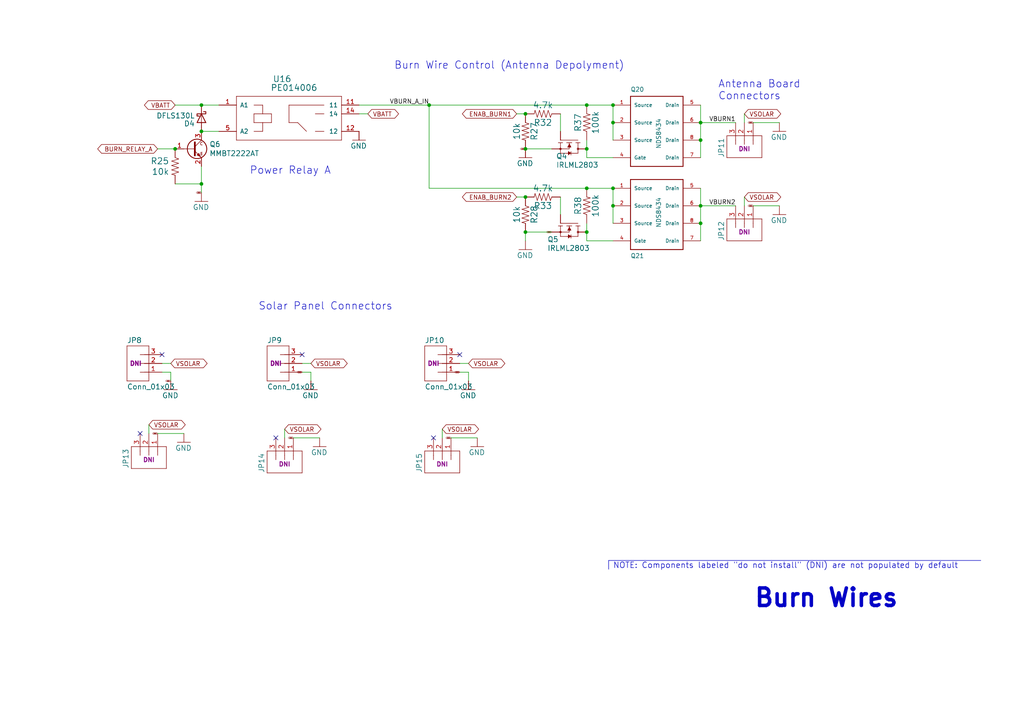
<source format=kicad_sch>
(kicad_sch (version 20230121) (generator eeschema)

  (uuid fafe0430-5461-45bd-a02a-9807b74d0633)

  (paper "A4")

  (title_block
    (title "PyCubed Mainboard")
    (date "2021-06-09")
    (rev "v05c")
    (company "Max Holliday")
  )

  (lib_symbols
    (symbol "Device:D_Schottky" (pin_numbers hide) (pin_names (offset 1.016) hide) (in_bom yes) (on_board yes)
      (property "Reference" "D" (at 0 2.54 0)
        (effects (font (size 1.27 1.27)))
      )
      (property "Value" "D_Schottky" (at 0 -2.54 0)
        (effects (font (size 1.27 1.27)))
      )
      (property "Footprint" "" (at 0 0 0)
        (effects (font (size 1.27 1.27)) hide)
      )
      (property "Datasheet" "~" (at 0 0 0)
        (effects (font (size 1.27 1.27)) hide)
      )
      (property "ki_keywords" "diode Schottky" (at 0 0 0)
        (effects (font (size 1.27 1.27)) hide)
      )
      (property "ki_description" "Schottky diode" (at 0 0 0)
        (effects (font (size 1.27 1.27)) hide)
      )
      (property "ki_fp_filters" "TO-???* *_Diode_* *SingleDiode* D_*" (at 0 0 0)
        (effects (font (size 1.27 1.27)) hide)
      )
      (symbol "D_Schottky_0_1"
        (polyline
          (pts
            (xy 1.27 0)
            (xy -1.27 0)
          )
          (stroke (width 0) (type default))
          (fill (type none))
        )
        (polyline
          (pts
            (xy 1.27 1.27)
            (xy 1.27 -1.27)
            (xy -1.27 0)
            (xy 1.27 1.27)
          )
          (stroke (width 0.254) (type default))
          (fill (type none))
        )
        (polyline
          (pts
            (xy -1.905 0.635)
            (xy -1.905 1.27)
            (xy -1.27 1.27)
            (xy -1.27 -1.27)
            (xy -0.635 -1.27)
            (xy -0.635 -0.635)
          )
          (stroke (width 0.254) (type default))
          (fill (type none))
        )
      )
      (symbol "D_Schottky_1_1"
        (pin passive line (at -3.81 0 0) (length 2.54)
          (name "K" (effects (font (size 1.27 1.27))))
          (number "1" (effects (font (size 1.27 1.27))))
        )
        (pin passive line (at 3.81 0 180) (length 2.54)
          (name "A" (effects (font (size 1.27 1.27))))
          (number "2" (effects (font (size 1.27 1.27))))
        )
      )
    )
    (symbol "NDS8434_1" (pin_names (offset 1.016)) (in_bom yes) (on_board yes)
      (property "Reference" "U" (at 0 0 0)
        (effects (font (size 1.27 1.27)) (justify left bottom) hide)
      )
      (property "Value" "NDS8434" (at 0 0 0)
        (effects (font (size 1.27 1.27)) (justify left bottom) hide)
      )
      (property "Footprint" "mainboard:NDS8434" (at 0 0 0)
        (effects (font (size 1.27 1.27)) (justify left bottom) hide)
      )
      (property "Datasheet" "" (at 0 0 0)
        (effects (font (size 1.27 1.27)) (justify left bottom) hide)
      )
      (property "Field4" "ON Semiconductor" (at 0 0 0)
        (effects (font (size 1.27 1.27)) (justify left bottom) hide)
      )
      (property "Field7" "NDS8434" (at 0 0 0)
        (effects (font (size 1.27 1.27)) (justify left bottom) hide)
      )
      (property "Field8" "SO-8 ON Semiconductor" (at 0 0 0)
        (effects (font (size 1.27 1.27)) (justify left bottom) hide)
      )
      (symbol "NDS8434_1_0_0"
        (polyline
          (pts
            (xy -7.62 -10.16)
            (xy -7.62 10.16)
          )
          (stroke (width 0.254) (type solid))
          (fill (type none))
        )
        (polyline
          (pts
            (xy -7.62 10.16)
            (xy 7.62 10.16)
          )
          (stroke (width 0.254) (type solid))
          (fill (type none))
        )
        (polyline
          (pts
            (xy 7.62 -10.16)
            (xy -7.62 -10.16)
          )
          (stroke (width 0.254) (type solid))
          (fill (type none))
        )
        (polyline
          (pts
            (xy 7.62 10.16)
            (xy 7.62 -10.16)
          )
          (stroke (width 0.254) (type solid))
          (fill (type none))
        )
        (pin bidirectional line (at -12.7 7.62 0) (length 5.08)
          (name "Source" (effects (font (size 1.016 1.016))))
          (number "1" (effects (font (size 1.016 1.016))))
        )
        (pin bidirectional line (at -12.7 2.54 0) (length 5.08)
          (name "Source" (effects (font (size 1.016 1.016))))
          (number "2" (effects (font (size 1.016 1.016))))
        )
        (pin bidirectional line (at -12.7 -2.54 0) (length 5.08)
          (name "Source" (effects (font (size 1.016 1.016))))
          (number "3" (effects (font (size 1.016 1.016))))
        )
        (pin bidirectional line (at -12.7 -7.62 0) (length 5.08)
          (name "Gate" (effects (font (size 1.016 1.016))))
          (number "4" (effects (font (size 1.016 1.016))))
        )
        (pin bidirectional line (at 12.7 7.62 180) (length 5.08)
          (name "Drain" (effects (font (size 1.016 1.016))))
          (number "5" (effects (font (size 1.016 1.016))))
        )
        (pin bidirectional line (at 12.7 2.54 180) (length 5.08)
          (name "Drain" (effects (font (size 1.016 1.016))))
          (number "6" (effects (font (size 1.016 1.016))))
        )
        (pin bidirectional line (at 12.7 -7.62 180) (length 5.08)
          (name "Drain" (effects (font (size 1.016 1.016))))
          (number "7" (effects (font (size 1.016 1.016))))
        )
        (pin bidirectional line (at 12.7 -2.54 180) (length 5.08)
          (name "Drain" (effects (font (size 1.016 1.016))))
          (number "8" (effects (font (size 1.016 1.016))))
        )
      )
    )
    (symbol "NDS8434_2" (pin_names (offset 1.016)) (in_bom yes) (on_board yes)
      (property "Reference" "U" (at 0 0 0)
        (effects (font (size 1.27 1.27)) (justify left bottom) hide)
      )
      (property "Value" "NDS8434" (at 0 0 0)
        (effects (font (size 1.27 1.27)) (justify left bottom) hide)
      )
      (property "Footprint" "mainboard:NDS8434" (at 0 0 0)
        (effects (font (size 1.27 1.27)) (justify left bottom) hide)
      )
      (property "Datasheet" "" (at 0 0 0)
        (effects (font (size 1.27 1.27)) (justify left bottom) hide)
      )
      (property "Field4" "ON Semiconductor" (at 0 0 0)
        (effects (font (size 1.27 1.27)) (justify left bottom) hide)
      )
      (property "Field7" "NDS8434" (at 0 0 0)
        (effects (font (size 1.27 1.27)) (justify left bottom) hide)
      )
      (property "Field8" "SO-8 ON Semiconductor" (at 0 0 0)
        (effects (font (size 1.27 1.27)) (justify left bottom) hide)
      )
      (symbol "NDS8434_2_0_0"
        (polyline
          (pts
            (xy -7.62 -10.16)
            (xy -7.62 10.16)
          )
          (stroke (width 0.254) (type solid))
          (fill (type none))
        )
        (polyline
          (pts
            (xy -7.62 10.16)
            (xy 7.62 10.16)
          )
          (stroke (width 0.254) (type solid))
          (fill (type none))
        )
        (polyline
          (pts
            (xy 7.62 -10.16)
            (xy -7.62 -10.16)
          )
          (stroke (width 0.254) (type solid))
          (fill (type none))
        )
        (polyline
          (pts
            (xy 7.62 10.16)
            (xy 7.62 -10.16)
          )
          (stroke (width 0.254) (type solid))
          (fill (type none))
        )
        (pin bidirectional line (at -12.7 7.62 0) (length 5.08)
          (name "Source" (effects (font (size 1.016 1.016))))
          (number "1" (effects (font (size 1.016 1.016))))
        )
        (pin bidirectional line (at -12.7 2.54 0) (length 5.08)
          (name "Source" (effects (font (size 1.016 1.016))))
          (number "2" (effects (font (size 1.016 1.016))))
        )
        (pin bidirectional line (at -12.7 -2.54 0) (length 5.08)
          (name "Source" (effects (font (size 1.016 1.016))))
          (number "3" (effects (font (size 1.016 1.016))))
        )
        (pin bidirectional line (at -12.7 -7.62 0) (length 5.08)
          (name "Gate" (effects (font (size 1.016 1.016))))
          (number "4" (effects (font (size 1.016 1.016))))
        )
        (pin bidirectional line (at 12.7 7.62 180) (length 5.08)
          (name "Drain" (effects (font (size 1.016 1.016))))
          (number "5" (effects (font (size 1.016 1.016))))
        )
        (pin bidirectional line (at 12.7 2.54 180) (length 5.08)
          (name "Drain" (effects (font (size 1.016 1.016))))
          (number "6" (effects (font (size 1.016 1.016))))
        )
        (pin bidirectional line (at 12.7 -7.62 180) (length 5.08)
          (name "Drain" (effects (font (size 1.016 1.016))))
          (number "7" (effects (font (size 1.016 1.016))))
        )
        (pin bidirectional line (at 12.7 -2.54 180) (length 5.08)
          (name "Drain" (effects (font (size 1.016 1.016))))
          (number "8" (effects (font (size 1.016 1.016))))
        )
      )
    )
    (symbol "NDS8434_3" (pin_names (offset 1.016)) (in_bom yes) (on_board yes)
      (property "Reference" "U" (at 0 0 0)
        (effects (font (size 1.27 1.27)) (justify left bottom) hide)
      )
      (property "Value" "NDS8434" (at 0 0 0)
        (effects (font (size 1.27 1.27)) (justify left bottom) hide)
      )
      (property "Footprint" "mainboard:NDS8434" (at 0 0 0)
        (effects (font (size 1.27 1.27)) (justify left bottom) hide)
      )
      (property "Datasheet" "" (at 0 0 0)
        (effects (font (size 1.27 1.27)) (justify left bottom) hide)
      )
      (property "Field4" "ON Semiconductor" (at 0 0 0)
        (effects (font (size 1.27 1.27)) (justify left bottom) hide)
      )
      (property "Field7" "NDS8434" (at 0 0 0)
        (effects (font (size 1.27 1.27)) (justify left bottom) hide)
      )
      (property "Field8" "SO-8 ON Semiconductor" (at 0 0 0)
        (effects (font (size 1.27 1.27)) (justify left bottom) hide)
      )
      (symbol "NDS8434_3_0_0"
        (polyline
          (pts
            (xy -7.62 -10.16)
            (xy -7.62 10.16)
          )
          (stroke (width 0.254) (type solid))
          (fill (type none))
        )
        (polyline
          (pts
            (xy -7.62 10.16)
            (xy 7.62 10.16)
          )
          (stroke (width 0.254) (type solid))
          (fill (type none))
        )
        (polyline
          (pts
            (xy 7.62 -10.16)
            (xy -7.62 -10.16)
          )
          (stroke (width 0.254) (type solid))
          (fill (type none))
        )
        (polyline
          (pts
            (xy 7.62 10.16)
            (xy 7.62 -10.16)
          )
          (stroke (width 0.254) (type solid))
          (fill (type none))
        )
        (pin bidirectional line (at -12.7 7.62 0) (length 5.08)
          (name "Source" (effects (font (size 1.016 1.016))))
          (number "1" (effects (font (size 1.016 1.016))))
        )
        (pin bidirectional line (at -12.7 2.54 0) (length 5.08)
          (name "Source" (effects (font (size 1.016 1.016))))
          (number "2" (effects (font (size 1.016 1.016))))
        )
        (pin bidirectional line (at -12.7 -2.54 0) (length 5.08)
          (name "Source" (effects (font (size 1.016 1.016))))
          (number "3" (effects (font (size 1.016 1.016))))
        )
        (pin bidirectional line (at -12.7 -7.62 0) (length 5.08)
          (name "Gate" (effects (font (size 1.016 1.016))))
          (number "4" (effects (font (size 1.016 1.016))))
        )
        (pin bidirectional line (at 12.7 7.62 180) (length 5.08)
          (name "Drain" (effects (font (size 1.016 1.016))))
          (number "5" (effects (font (size 1.016 1.016))))
        )
        (pin bidirectional line (at 12.7 2.54 180) (length 5.08)
          (name "Drain" (effects (font (size 1.016 1.016))))
          (number "6" (effects (font (size 1.016 1.016))))
        )
        (pin bidirectional line (at 12.7 -7.62 180) (length 5.08)
          (name "Drain" (effects (font (size 1.016 1.016))))
          (number "7" (effects (font (size 1.016 1.016))))
        )
        (pin bidirectional line (at 12.7 -2.54 180) (length 5.08)
          (name "Drain" (effects (font (size 1.016 1.016))))
          (number "8" (effects (font (size 1.016 1.016))))
        )
      )
    )
    (symbol "NDS8434_4" (pin_names (offset 1.016)) (in_bom yes) (on_board yes)
      (property "Reference" "U" (at 0 0 0)
        (effects (font (size 1.27 1.27)) (justify left bottom) hide)
      )
      (property "Value" "NDS8434" (at 0 0 0)
        (effects (font (size 1.27 1.27)) (justify left bottom) hide)
      )
      (property "Footprint" "mainboard:NDS8434" (at 0 0 0)
        (effects (font (size 1.27 1.27)) (justify left bottom) hide)
      )
      (property "Datasheet" "" (at 0 0 0)
        (effects (font (size 1.27 1.27)) (justify left bottom) hide)
      )
      (property "Field4" "ON Semiconductor" (at 0 0 0)
        (effects (font (size 1.27 1.27)) (justify left bottom) hide)
      )
      (property "Field7" "NDS8434" (at 0 0 0)
        (effects (font (size 1.27 1.27)) (justify left bottom) hide)
      )
      (property "Field8" "SO-8 ON Semiconductor" (at 0 0 0)
        (effects (font (size 1.27 1.27)) (justify left bottom) hide)
      )
      (symbol "NDS8434_4_0_0"
        (polyline
          (pts
            (xy -7.62 -10.16)
            (xy -7.62 10.16)
          )
          (stroke (width 0.254) (type solid))
          (fill (type none))
        )
        (polyline
          (pts
            (xy -7.62 10.16)
            (xy 7.62 10.16)
          )
          (stroke (width 0.254) (type solid))
          (fill (type none))
        )
        (polyline
          (pts
            (xy 7.62 -10.16)
            (xy -7.62 -10.16)
          )
          (stroke (width 0.254) (type solid))
          (fill (type none))
        )
        (polyline
          (pts
            (xy 7.62 10.16)
            (xy 7.62 -10.16)
          )
          (stroke (width 0.254) (type solid))
          (fill (type none))
        )
        (pin bidirectional line (at -12.7 7.62 0) (length 5.08)
          (name "Source" (effects (font (size 1.016 1.016))))
          (number "1" (effects (font (size 1.016 1.016))))
        )
        (pin bidirectional line (at -12.7 2.54 0) (length 5.08)
          (name "Source" (effects (font (size 1.016 1.016))))
          (number "2" (effects (font (size 1.016 1.016))))
        )
        (pin bidirectional line (at -12.7 -2.54 0) (length 5.08)
          (name "Source" (effects (font (size 1.016 1.016))))
          (number "3" (effects (font (size 1.016 1.016))))
        )
        (pin bidirectional line (at -12.7 -7.62 0) (length 5.08)
          (name "Gate" (effects (font (size 1.016 1.016))))
          (number "4" (effects (font (size 1.016 1.016))))
        )
        (pin bidirectional line (at 12.7 7.62 180) (length 5.08)
          (name "Drain" (effects (font (size 1.016 1.016))))
          (number "5" (effects (font (size 1.016 1.016))))
        )
        (pin bidirectional line (at 12.7 2.54 180) (length 5.08)
          (name "Drain" (effects (font (size 1.016 1.016))))
          (number "6" (effects (font (size 1.016 1.016))))
        )
        (pin bidirectional line (at 12.7 -7.62 180) (length 5.08)
          (name "Drain" (effects (font (size 1.016 1.016))))
          (number "7" (effects (font (size 1.016 1.016))))
        )
        (pin bidirectional line (at 12.7 -2.54 180) (length 5.08)
          (name "Drain" (effects (font (size 1.016 1.016))))
          (number "8" (effects (font (size 1.016 1.016))))
        )
      )
    )
    (symbol "mainboard:GND" (power) (pin_names (offset 1.016)) (in_bom yes) (on_board yes)
      (property "Reference" "#GND" (at 0 0 0)
        (effects (font (size 1.27 1.27)) hide)
      )
      (property "Value" "GND" (at -2.54 -2.54 0)
        (effects (font (size 1.4986 1.4986)) (justify left bottom))
      )
      (property "Footprint" "" (at 0 0 0)
        (effects (font (size 1.27 1.27)) hide)
      )
      (property "Datasheet" "" (at 0 0 0)
        (effects (font (size 1.27 1.27)) hide)
      )
      (property "ki_locked" "" (at 0 0 0)
        (effects (font (size 1.27 1.27)))
      )
      (symbol "GND_1_0"
        (polyline
          (pts
            (xy -1.905 0)
            (xy 1.905 0)
          )
          (stroke (width 0) (type solid))
          (fill (type none))
        )
        (pin power_in line (at 0 2.54 270) (length 2.54)
          (name "GND" (effects (font (size 0 0))))
          (number "1" (effects (font (size 0 0))))
        )
      )
    )
    (symbol "mainboard:IRLML2803TRPBF" (pin_names (offset 1.016)) (in_bom yes) (on_board yes)
      (property "Reference" "Q" (at -11.43 1.27 0)
        (effects (font (size 1.4986 1.4986)) (justify left top))
      )
      (property "Value" "IRLML2803TRPBF" (at -11.43 3.81 0)
        (effects (font (size 1.4986 1.4986)) (justify left top))
      )
      (property "Footprint" "" (at 0 0 0)
        (effects (font (size 1.27 1.27)) hide)
      )
      (property "Datasheet" "" (at 0 0 0)
        (effects (font (size 1.27 1.27)) hide)
      )
      (property "ki_locked" "" (at 0 0 0)
        (effects (font (size 1.27 1.27)))
      )
      (symbol "IRLML2803TRPBF_1_0"
        (polyline
          (pts
            (xy 0 2.54)
            (xy 0 -2.54)
          )
          (stroke (width 0) (type solid))
          (fill (type none))
        )
        (polyline
          (pts
            (xy 0.762 -2.54)
            (xy 0.762 -3.175)
          )
          (stroke (width 0) (type solid))
          (fill (type none))
        )
        (polyline
          (pts
            (xy 0.762 -1.905)
            (xy 0.762 -2.54)
          )
          (stroke (width 0) (type solid))
          (fill (type none))
        )
        (polyline
          (pts
            (xy 0.762 0)
            (xy 0.762 -0.762)
          )
          (stroke (width 0) (type solid))
          (fill (type none))
        )
        (polyline
          (pts
            (xy 0.762 0)
            (xy 2.54 0)
          )
          (stroke (width 0) (type solid))
          (fill (type none))
        )
        (polyline
          (pts
            (xy 0.762 0.762)
            (xy 0.762 0)
          )
          (stroke (width 0) (type solid))
          (fill (type none))
        )
        (polyline
          (pts
            (xy 0.762 2.54)
            (xy 0.762 1.905)
          )
          (stroke (width 0) (type solid))
          (fill (type none))
        )
        (polyline
          (pts
            (xy 0.762 2.54)
            (xy 3.81 2.54)
          )
          (stroke (width 0) (type solid))
          (fill (type none))
        )
        (polyline
          (pts
            (xy 0.762 3.175)
            (xy 0.762 2.54)
          )
          (stroke (width 0) (type solid))
          (fill (type none))
        )
        (polyline
          (pts
            (xy 2.54 -2.54)
            (xy 0.762 -2.54)
          )
          (stroke (width 0) (type solid))
          (fill (type none))
        )
        (polyline
          (pts
            (xy 2.54 -2.54)
            (xy 3.81 -2.54)
          )
          (stroke (width 0) (type solid))
          (fill (type none))
        )
        (polyline
          (pts
            (xy 2.54 0)
            (xy 2.54 -2.54)
          )
          (stroke (width 0) (type solid))
          (fill (type none))
        )
        (polyline
          (pts
            (xy 3.302 0.508)
            (xy 3.81 0.508)
          )
          (stroke (width 0) (type solid))
          (fill (type none))
        )
        (polyline
          (pts
            (xy 3.81 -0.508)
            (xy 3.81 -2.54)
          )
          (stroke (width 0) (type solid))
          (fill (type none))
        )
        (polyline
          (pts
            (xy 3.81 0.508)
            (xy 3.81 -0.508)
          )
          (stroke (width 0) (type solid))
          (fill (type none))
        )
        (polyline
          (pts
            (xy 3.81 0.508)
            (xy 4.318 0.508)
          )
          (stroke (width 0) (type solid))
          (fill (type none))
        )
        (polyline
          (pts
            (xy 3.81 2.54)
            (xy 3.81 0.508)
          )
          (stroke (width 0) (type solid))
          (fill (type none))
        )
        (polyline
          (pts
            (xy 1.016 0)
            (xy 2.032 0.508)
            (xy 2.032 -0.508)
          )
          (stroke (width 0) (type solid))
          (fill (type outline))
        )
        (polyline
          (pts
            (xy 3.81 0.508)
            (xy 3.302 -0.254)
            (xy 4.318 -0.254)
          )
          (stroke (width 0) (type solid))
          (fill (type outline))
        )
        (circle (center 2.54 -2.54) (radius 0.254)
          (stroke (width 0) (type solid))
          (fill (type none))
        )
        (circle (center 2.54 2.54) (radius 0.254)
          (stroke (width 0) (type solid))
          (fill (type none))
        )
        (pin passive line (at -2.54 -2.54 0) (length 2.54)
          (name "G" (effects (font (size 0 0))))
          (number "1" (effects (font (size 0 0))))
        )
        (pin passive line (at 2.54 -5.08 90) (length 2.54)
          (name "S" (effects (font (size 0 0))))
          (number "2" (effects (font (size 0 0))))
        )
        (pin passive line (at 2.54 5.08 270) (length 2.54)
          (name "D" (effects (font (size 0 0))))
          (number "3" (effects (font (size 0 0))))
        )
      )
    )
    (symbol "mainboard:M03POLAR_LOCK" (pin_names (offset 1.016)) (in_bom yes) (on_board yes)
      (property "Reference" "JP" (at -2.54 5.842 0)
        (effects (font (size 1.4986 1.4986)) (justify left bottom))
      )
      (property "Value" "M03POLAR_LOCK" (at -2.54 -7.62 0)
        (effects (font (size 1.4986 1.4986)) (justify left bottom))
      )
      (property "Footprint" "" (at 0 0 0)
        (effects (font (size 1.27 1.27)) hide)
      )
      (property "Datasheet" "" (at 0 0 0)
        (effects (font (size 1.27 1.27)) hide)
      )
      (property "ki_locked" "" (at 0 0 0)
        (effects (font (size 1.27 1.27)))
      )
      (symbol "M03POLAR_LOCK_1_0"
        (polyline
          (pts
            (xy -2.54 5.08)
            (xy -2.54 -5.08)
          )
          (stroke (width 0) (type solid))
          (fill (type none))
        )
        (polyline
          (pts
            (xy -2.54 5.08)
            (xy 3.81 5.08)
          )
          (stroke (width 0) (type solid))
          (fill (type none))
        )
        (polyline
          (pts
            (xy 1.27 -2.54)
            (xy 2.54 -2.54)
          )
          (stroke (width 0) (type solid))
          (fill (type none))
        )
        (polyline
          (pts
            (xy 1.27 0)
            (xy 2.54 0)
          )
          (stroke (width 0) (type solid))
          (fill (type none))
        )
        (polyline
          (pts
            (xy 1.27 2.54)
            (xy 2.54 2.54)
          )
          (stroke (width 0) (type solid))
          (fill (type none))
        )
        (polyline
          (pts
            (xy 3.81 -5.08)
            (xy -2.54 -5.08)
          )
          (stroke (width 0) (type solid))
          (fill (type none))
        )
        (polyline
          (pts
            (xy 3.81 -5.08)
            (xy 3.81 5.08)
          )
          (stroke (width 0) (type solid))
          (fill (type none))
        )
        (pin passive line (at 7.62 -2.54 180) (length 5.08)
          (name "1" (effects (font (size 0 0))))
          (number "1" (effects (font (size 1.27 1.27))))
        )
        (pin passive line (at 7.62 0 180) (length 5.08)
          (name "2" (effects (font (size 0 0))))
          (number "2" (effects (font (size 1.27 1.27))))
        )
        (pin passive line (at 7.62 2.54 180) (length 5.08)
          (name "3" (effects (font (size 0 0))))
          (number "3" (effects (font (size 1.27 1.27))))
        )
      )
    )
    (symbol "mainboard:MMBT2222AT" (pin_names (offset 1.016) hide) (in_bom yes) (on_board yes)
      (property "Reference" "Q" (at -8.89 3.81 0)
        (effects (font (size 1.4986 1.4986)) (justify left bottom))
      )
      (property "Value" "MMBT2222AT" (at 2.54 -1.27 0)
        (effects (font (size 1.4986 1.4986)) (justify left bottom))
      )
      (property "Footprint" "custom-footprints:SOT-523F" (at 0 -6.35 0)
        (effects (font (size 1.27 1.27)) hide)
      )
      (property "Datasheet" "" (at 7.62 0 0)
        (effects (font (size 1.27 1.27)) hide)
      )
      (symbol "MMBT2222AT_0_1"
        (polyline
          (pts
            (xy -5.08 0)
            (xy -1.905 0)
          )
          (stroke (width 0) (type solid))
          (fill (type none))
        )
        (polyline
          (pts
            (xy -0.127 -1.397)
            (xy 0.254 -1.397)
          )
          (stroke (width 0) (type solid))
          (fill (type none))
        )
        (polyline
          (pts
            (xy -0.127 -1.016)
            (xy 0.254 -1.016)
          )
          (stroke (width 0) (type solid))
          (fill (type none))
        )
        (polyline
          (pts
            (xy -0.127 -1.016)
            (xy -0.127 -1.778)
            (xy 0.254 -1.778)
          )
          (stroke (width 0) (type solid))
          (fill (type none))
        )
        (polyline
          (pts
            (xy 0.254 1.905)
            (xy -0.127 1.905)
            (xy -0.254 1.651)
            (xy -0.254 1.397)
            (xy -0.127 1.143)
            (xy 0.254 1.143)
          )
          (stroke (width 0) (type solid))
          (fill (type none))
        )
      )
      (symbol "MMBT2222AT_1_1"
        (circle (center -1.27 0) (radius 2.8194)
          (stroke (width 0.254) (type solid))
          (fill (type none))
        )
        (polyline
          (pts
            (xy -1.905 0.635)
            (xy 0 2.54)
          )
          (stroke (width 0) (type solid))
          (fill (type none))
        )
        (polyline
          (pts
            (xy -1.905 -0.635)
            (xy 0 -2.54)
            (xy 0 -2.54)
          )
          (stroke (width 0) (type solid))
          (fill (type none))
        )
        (polyline
          (pts
            (xy -1.905 1.905)
            (xy -1.905 -1.905)
            (xy -1.905 -1.905)
          )
          (stroke (width 0.508) (type solid))
          (fill (type none))
        )
        (polyline
          (pts
            (xy -1.27 -1.778)
            (xy -0.762 -1.27)
            (xy -0.254 -2.286)
            (xy -1.27 -1.778)
            (xy -1.27 -1.778)
          )
          (stroke (width 0) (type solid))
          (fill (type outline))
        )
        (pin input line (at -7.62 0 0) (length 2.54)
          (name "B" (effects (font (size 1.27 1.27))))
          (number "1" (effects (font (size 1.27 1.27))))
        )
        (pin passive line (at 0 -5.08 90) (length 2.54)
          (name "E" (effects (font (size 1.27 1.27))))
          (number "2" (effects (font (size 1.27 1.27))))
        )
        (pin passive line (at 0 5.08 270) (length 2.54)
          (name "C" (effects (font (size 1.27 1.27))))
          (number "3" (effects (font (size 1.27 1.27))))
        )
      )
    )
    (symbol "mainboard:PE014005" (pin_names (offset 1.016)) (in_bom yes) (on_board yes)
      (property "Reference" "U" (at -2.1844 9.1186 0)
        (effects (font (size 1.7526 1.7526)) (justify left bottom))
      )
      (property "Value" "PE014005" (at -2.8194 6.5786 0)
        (effects (font (size 1.7526 1.7526)) (justify left bottom))
      )
      (property "Footprint" "" (at 0 0 0)
        (effects (font (size 1.27 1.27)) hide)
      )
      (property "Datasheet" "" (at 0 0 0)
        (effects (font (size 1.27 1.27)) hide)
      )
      (property "ki_locked" "" (at 0 0 0)
        (effects (font (size 1.27 1.27)))
      )
      (symbol "PE014005_1_0"
        (polyline
          (pts
            (xy -12.7 -7.62)
            (xy 17.78 -7.62)
          )
          (stroke (width 0) (type solid))
          (fill (type none))
        )
        (polyline
          (pts
            (xy -12.7 5.08)
            (xy -12.7 -7.62)
          )
          (stroke (width 0) (type solid))
          (fill (type none))
        )
        (polyline
          (pts
            (xy -7.62 -2.54)
            (xy -7.62 0)
          )
          (stroke (width 0) (type solid))
          (fill (type none))
        )
        (polyline
          (pts
            (xy -7.62 0)
            (xy -5.08 0)
          )
          (stroke (width 0) (type solid))
          (fill (type none))
        )
        (polyline
          (pts
            (xy -7.62 2.54)
            (xy -5.08 2.54)
          )
          (stroke (width 0) (type solid))
          (fill (type none))
        )
        (polyline
          (pts
            (xy -5.08 -5.08)
            (xy -7.62 -5.08)
          )
          (stroke (width 0) (type solid))
          (fill (type none))
        )
        (polyline
          (pts
            (xy -5.08 -2.54)
            (xy -7.62 -2.54)
          )
          (stroke (width 0) (type solid))
          (fill (type none))
        )
        (polyline
          (pts
            (xy -5.08 -2.54)
            (xy -5.08 -5.08)
          )
          (stroke (width 0) (type solid))
          (fill (type none))
        )
        (polyline
          (pts
            (xy -5.08 0)
            (xy -2.54 0)
          )
          (stroke (width 0) (type solid))
          (fill (type none))
        )
        (polyline
          (pts
            (xy -5.08 2.54)
            (xy -5.08 0)
          )
          (stroke (width 0) (type solid))
          (fill (type none))
        )
        (polyline
          (pts
            (xy -2.54 -2.54)
            (xy -5.08 -2.54)
          )
          (stroke (width 0) (type solid))
          (fill (type none))
        )
        (polyline
          (pts
            (xy -2.54 0)
            (xy -2.54 -2.54)
          )
          (stroke (width 0) (type solid))
          (fill (type none))
        )
        (polyline
          (pts
            (xy 2.54 -2.54)
            (xy 5.08 -2.54)
          )
          (stroke (width 0) (type solid))
          (fill (type none))
        )
        (polyline
          (pts
            (xy 2.54 2.54)
            (xy 2.54 -2.54)
          )
          (stroke (width 0) (type solid))
          (fill (type none))
        )
        (polyline
          (pts
            (xy 5.08 -2.54)
            (xy 7.62 -5.08)
          )
          (stroke (width 0) (type solid))
          (fill (type none))
        )
        (polyline
          (pts
            (xy 12.7 -5.08)
            (xy 10.16 -5.08)
          )
          (stroke (width 0) (type solid))
          (fill (type none))
        )
        (polyline
          (pts
            (xy 12.7 0)
            (xy 10.16 0)
          )
          (stroke (width 0) (type solid))
          (fill (type none))
        )
        (polyline
          (pts
            (xy 12.7 2.54)
            (xy 2.54 2.54)
          )
          (stroke (width 0) (type solid))
          (fill (type none))
        )
        (polyline
          (pts
            (xy 17.78 -7.62)
            (xy 17.78 5.08)
          )
          (stroke (width 0) (type solid))
          (fill (type none))
        )
        (polyline
          (pts
            (xy 17.78 5.08)
            (xy -12.7 5.08)
          )
          (stroke (width 0) (type solid))
          (fill (type none))
        )
        (pin passive line (at -17.78 2.54 0) (length 5.08)
          (name "A1" (effects (font (size 1.27 1.27))))
          (number "1" (effects (font (size 1.27 1.27))))
        )
        (pin passive line (at 22.86 2.54 180) (length 5.08)
          (name "11" (effects (font (size 1.27 1.27))))
          (number "11" (effects (font (size 1.27 1.27))))
        )
        (pin passive line (at 22.86 -5.08 180) (length 5.08)
          (name "12" (effects (font (size 1.27 1.27))))
          (number "12" (effects (font (size 1.27 1.27))))
        )
        (pin passive line (at 22.86 0 180) (length 5.08)
          (name "14" (effects (font (size 1.27 1.27))))
          (number "14" (effects (font (size 1.27 1.27))))
        )
        (pin passive line (at -17.78 -5.08 0) (length 5.08)
          (name "A2" (effects (font (size 1.27 1.27))))
          (number "5" (effects (font (size 1.27 1.27))))
        )
      )
    )
    (symbol "mainboard:RESISTOR0603" (pin_names (offset 1.016)) (in_bom yes) (on_board yes)
      (property "Reference" "R" (at 0 1.524 0)
        (effects (font (size 1.778 1.778)) (justify bottom))
      )
      (property "Value" "RESISTOR0603" (at 0 -1.524 0)
        (effects (font (size 1.778 1.778)) (justify top))
      )
      (property "Footprint" "" (at 0 0 0)
        (effects (font (size 1.27 1.27)) hide)
      )
      (property "Datasheet" "" (at 0 0 0)
        (effects (font (size 1.27 1.27)) hide)
      )
      (property "ki_locked" "" (at 0 0 0)
        (effects (font (size 1.27 1.27)))
      )
      (symbol "RESISTOR0603_1_0"
        (polyline
          (pts
            (xy -2.54 0)
            (xy -2.159 1.016)
          )
          (stroke (width 0) (type solid))
          (fill (type none))
        )
        (polyline
          (pts
            (xy -2.159 1.016)
            (xy -1.524 -1.016)
          )
          (stroke (width 0) (type solid))
          (fill (type none))
        )
        (polyline
          (pts
            (xy -1.524 -1.016)
            (xy -0.889 1.016)
          )
          (stroke (width 0) (type solid))
          (fill (type none))
        )
        (polyline
          (pts
            (xy -0.889 1.016)
            (xy -0.254 -1.016)
          )
          (stroke (width 0) (type solid))
          (fill (type none))
        )
        (polyline
          (pts
            (xy -0.254 -1.016)
            (xy 0.381 1.016)
          )
          (stroke (width 0) (type solid))
          (fill (type none))
        )
        (polyline
          (pts
            (xy 0.381 1.016)
            (xy 1.016 -1.016)
          )
          (stroke (width 0) (type solid))
          (fill (type none))
        )
        (polyline
          (pts
            (xy 1.016 -1.016)
            (xy 1.651 1.016)
          )
          (stroke (width 0) (type solid))
          (fill (type none))
        )
        (polyline
          (pts
            (xy 1.651 1.016)
            (xy 2.286 -1.016)
          )
          (stroke (width 0) (type solid))
          (fill (type none))
        )
        (polyline
          (pts
            (xy 2.286 -1.016)
            (xy 2.54 0)
          )
          (stroke (width 0) (type solid))
          (fill (type none))
        )
        (pin passive line (at -5.08 0 0) (length 2.54)
          (name "1" (effects (font (size 0 0))))
          (number "1" (effects (font (size 0 0))))
        )
        (pin passive line (at 5.08 0 180) (length 2.54)
          (name "2" (effects (font (size 0 0))))
          (number "2" (effects (font (size 0 0))))
        )
      )
    )
  )

  (junction (at 152.4 33.02) (diameter 0) (color 0 0 0 0)
    (uuid 1544ad0c-5996-4675-b198-fb9d2237ccc8)
  )
  (junction (at 58.42 53.34) (diameter 0) (color 0 0 0 0)
    (uuid 1c4c20c8-3846-491e-a6ce-ea9131a0d096)
  )
  (junction (at 58.42 30.48) (diameter 0) (color 0 0 0 0)
    (uuid 4b435bf2-e62b-429d-a8ed-086a846370d1)
  )
  (junction (at 58.42 38.1) (diameter 0) (color 0 0 0 0)
    (uuid 4f297480-4cb8-4f10-a01d-f52dfe8cc02d)
  )
  (junction (at 177.8 59.69) (diameter 0) (color 0 0 0 0)
    (uuid 53a1c2f1-d297-4d9c-a1a8-21307e19dda5)
  )
  (junction (at 50.8 43.18) (diameter 0) (color 0 0 0 0)
    (uuid 56850faa-1fb2-4031-b677-640fee35df3a)
  )
  (junction (at 124.46 30.48) (diameter 0) (color 0 0 0 0)
    (uuid 59d89c4c-6e7d-445f-9cc3-595930fabd34)
  )
  (junction (at 170.18 54.61) (diameter 0) (color 0 0 0 0)
    (uuid 6da60a0e-ba6c-43da-a602-2889c4ad333b)
  )
  (junction (at 170.18 67.31) (diameter 0) (color 0 0 0 0)
    (uuid 758a6fe3-d465-45e1-a90a-ee4c06cdbdde)
  )
  (junction (at 203.2 59.69) (diameter 0) (color 0 0 0 0)
    (uuid 77a8826f-ebbe-49f7-959c-baa006b7d503)
  )
  (junction (at 170.18 30.48) (diameter 0) (color 0 0 0 0)
    (uuid 7c5e8d38-d94a-4ce7-9b23-6e8517559d46)
  )
  (junction (at 203.2 64.77) (diameter 0) (color 0 0 0 0)
    (uuid 8cc40ddd-dbbd-4ccf-94b7-e904e331a5ae)
  )
  (junction (at 152.4 67.31) (diameter 0) (color 0 0 0 0)
    (uuid 93f72c09-7052-46df-b064-c49df551719c)
  )
  (junction (at 170.18 43.18) (diameter 0) (color 0 0 0 0)
    (uuid a3442c45-e3c5-4f76-9858-8a3856562680)
  )
  (junction (at 152.4 57.15) (diameter 0) (color 0 0 0 0)
    (uuid b5870159-489d-4ce0-85a8-514bca196af6)
  )
  (junction (at 177.8 54.61) (diameter 0) (color 0 0 0 0)
    (uuid cae4650b-69e6-46e4-ab1f-1c022f143176)
  )
  (junction (at 203.2 40.64) (diameter 0) (color 0 0 0 0)
    (uuid cec7aa31-4885-4d09-ac26-595b3dbeda88)
  )
  (junction (at 152.4 43.18) (diameter 0) (color 0 0 0 0)
    (uuid d5fed1c5-d475-415a-9074-280df9de4ebe)
  )
  (junction (at 177.8 30.48) (diameter 0) (color 0 0 0 0)
    (uuid e5c62122-69ad-4339-b82a-320b643272a7)
  )
  (junction (at 203.2 35.56) (diameter 0) (color 0 0 0 0)
    (uuid f40729a6-a514-4a97-97b4-0c2936fa5bcd)
  )
  (junction (at 177.8 35.56) (diameter 0) (color 0 0 0 0)
    (uuid fc55a0e3-d51b-4343-833d-e819edd88411)
  )

  (no_connect (at 133.35 102.87) (uuid 0ea07ad7-d9f9-446b-9bd1-da9a581eb51c))
  (no_connect (at 87.63 102.87) (uuid 56b7db91-1ff9-4349-b4fa-c94d55b22abf))
  (no_connect (at 40.64 125.73) (uuid 6c475713-19eb-46c6-b6fc-6d934f24109d))
  (no_connect (at 46.99 102.87) (uuid 9a0b1248-d17f-488f-a8dc-cf6cdc5a4de7))
  (no_connect (at 80.01 127) (uuid c331d075-e23b-4582-a01e-5795cf42b5f7))
  (no_connect (at 125.73 127) (uuid d1afca9e-cf00-4b24-a3e3-f62d795a1602))

  (wire (pts (xy 49.53 110.49) (xy 49.53 107.95))
    (stroke (width 0) (type default))
    (uuid 08921337-18e7-4955-8009-77897ef6ac94)
  )
  (wire (pts (xy 170.18 30.48) (xy 177.8 30.48))
    (stroke (width 0) (type default))
    (uuid 09ce7ebe-bcd3-4488-ad15-82c46bf4b897)
  )
  (wire (pts (xy 170.18 30.48) (xy 124.46 30.48))
    (stroke (width 0) (type default))
    (uuid 0ec647db-211b-46f9-be41-e2c7b9b3c9db)
  )
  (wire (pts (xy 170.18 40.64) (xy 170.18 43.18))
    (stroke (width 0) (type default))
    (uuid 0f2595e3-f807-4dca-aa92-7ed21df747fb)
  )
  (wire (pts (xy 152.4 67.31) (xy 152.4 69.85))
    (stroke (width 0) (type default))
    (uuid 1518a689-9a6e-45f0-8987-0edc936f79ac)
  )
  (wire (pts (xy 177.8 40.64) (xy 177.8 35.56))
    (stroke (width 0) (type default))
    (uuid 194de9e7-b310-4d41-95f1-671fc1868cee)
  )
  (wire (pts (xy 133.35 107.95) (xy 135.89 107.95))
    (stroke (width 0) (type default))
    (uuid 1a16d48e-12d0-47c2-afb4-b2022fd9f59c)
  )
  (wire (pts (xy 203.2 69.85) (xy 203.2 64.77))
    (stroke (width 0) (type default))
    (uuid 23e62859-c8b2-4146-888c-9e8825e98691)
  )
  (wire (pts (xy 58.42 38.1) (xy 63.5 38.1))
    (stroke (width 0) (type default))
    (uuid 25a27ad6-4475-4cf4-bf0d-02feb3c4a366)
  )
  (wire (pts (xy 152.4 57.15) (xy 149.86 57.15))
    (stroke (width 0) (type default))
    (uuid 25a2ec79-ec26-4bb1-a56f-af342042c505)
  )
  (wire (pts (xy 162.56 38.1) (xy 162.56 33.02))
    (stroke (width 0) (type default))
    (uuid 29ca6a38-881c-4d04-8ef4-8c46d9078f73)
  )
  (wire (pts (xy 177.8 45.72) (xy 170.18 45.72))
    (stroke (width 0) (type default))
    (uuid 2b251752-964f-4d69-be81-fe725dcf50cf)
  )
  (wire (pts (xy 46.99 105.41) (xy 49.53 105.41))
    (stroke (width 0) (type default))
    (uuid 2d458823-31a6-4b51-b7a9-9c77359769f9)
  )
  (wire (pts (xy 135.89 107.95) (xy 135.89 110.49))
    (stroke (width 0) (type default))
    (uuid 2f47f1fb-03e0-4dc1-90a3-5b6ac1e0c547)
  )
  (wire (pts (xy 104.14 33.02) (xy 106.68 33.02))
    (stroke (width 0) (type default))
    (uuid 30be8979-db3d-4ba3-aca4-e3d4dc7608d0)
  )
  (wire (pts (xy 203.2 35.56) (xy 203.2 40.64))
    (stroke (width 0) (type default))
    (uuid 361585e0-3ac7-4816-9e47-1f27291e5654)
  )
  (polyline (pts (xy 176.53 162.56) (xy 284.48 162.56))
    (stroke (width 0) (type default))
    (uuid 38f58362-214a-4db7-ad66-148cf2c31386)
  )

  (wire (pts (xy 135.89 105.41) (xy 133.35 105.41))
    (stroke (width 0) (type default))
    (uuid 3a242716-381f-485b-8a7b-9ee04be1b8cd)
  )
  (wire (pts (xy 162.56 62.23) (xy 162.56 57.15))
    (stroke (width 0) (type default))
    (uuid 3cc4facc-e2f1-4a48-b440-44aaeab82a03)
  )
  (wire (pts (xy 177.8 54.61) (xy 170.18 54.61))
    (stroke (width 0) (type default))
    (uuid 43d02b44-572a-4e3d-be63-f804db1d5928)
  )
  (wire (pts (xy 203.2 35.56) (xy 213.36 35.56))
    (stroke (width 0) (type default))
    (uuid 47cd4caf-1cf7-41a1-a20c-b1fdced13e16)
  )
  (wire (pts (xy 203.2 59.69) (xy 213.36 59.69))
    (stroke (width 0) (type default))
    (uuid 4bd309a9-0ff2-4d0a-bc61-0245547b9b09)
  )
  (wire (pts (xy 170.18 69.85) (xy 170.18 67.31))
    (stroke (width 0) (type default))
    (uuid 537dc195-83f9-44af-8695-e8e9e96d7f69)
  )
  (wire (pts (xy 218.44 59.69) (xy 226.06 59.69))
    (stroke (width 0) (type default))
    (uuid 57e12e88-a247-4815-adbe-5cf24a687565)
  )
  (wire (pts (xy 58.42 53.34) (xy 58.42 48.26))
    (stroke (width 0) (type default))
    (uuid 57e6d5e7-8499-4b80-b617-5424de4d0c32)
  )
  (wire (pts (xy 170.18 45.72) (xy 170.18 43.18))
    (stroke (width 0) (type default))
    (uuid 58b03086-0805-4951-95ba-51e05989df63)
  )
  (wire (pts (xy 124.46 30.48) (xy 124.46 54.61))
    (stroke (width 0) (type default))
    (uuid 5e2ac169-7b54-48aa-a8e9-b84067191b36)
  )
  (wire (pts (xy 177.8 35.56) (xy 177.8 30.48))
    (stroke (width 0) (type default))
    (uuid 665ce20c-77ad-44b6-afd3-6a43d8121d20)
  )
  (wire (pts (xy 177.8 64.77) (xy 177.8 59.69))
    (stroke (width 0) (type default))
    (uuid 6ec0f041-575f-4e2e-b292-d17230c014f6)
  )
  (wire (pts (xy 152.4 33.02) (xy 149.86 33.02))
    (stroke (width 0) (type default))
    (uuid 75105463-366f-4d8a-b81c-046e80f6a8d4)
  )
  (wire (pts (xy 85.09 127) (xy 92.71 127))
    (stroke (width 0) (type default))
    (uuid 75ec1f8d-728c-4eba-b306-bbe6167dd997)
  )
  (wire (pts (xy 152.4 43.18) (xy 160.02 43.18))
    (stroke (width 0) (type default))
    (uuid 7a03a719-60eb-48e7-ba39-bd6ae493ed54)
  )
  (wire (pts (xy 90.17 105.41) (xy 87.63 105.41))
    (stroke (width 0) (type default))
    (uuid 7cde799b-b48a-4249-8b24-cd216f017277)
  )
  (wire (pts (xy 203.2 59.69) (xy 203.2 54.61))
    (stroke (width 0) (type default))
    (uuid 8316571f-1ec4-40e3-817e-4c6b9ef2df3f)
  )
  (wire (pts (xy 170.18 64.77) (xy 170.18 67.31))
    (stroke (width 0) (type default))
    (uuid 84036049-79a1-45fb-a1e9-068eca79463b)
  )
  (wire (pts (xy 203.2 40.64) (xy 203.2 45.72))
    (stroke (width 0) (type default))
    (uuid 90e299b3-3ba7-4534-8314-2cc2708fe651)
  )
  (wire (pts (xy 177.8 69.85) (xy 170.18 69.85))
    (stroke (width 0) (type default))
    (uuid 91a153dc-0f80-4ef1-b589-ca9ffdfaa91e)
  )
  (wire (pts (xy 50.8 53.34) (xy 58.42 53.34))
    (stroke (width 0) (type default))
    (uuid 940ef5a0-71e5-4ac2-b557-f9b81f3a0f2b)
  )
  (wire (pts (xy 215.9 35.56) (xy 215.9 33.02))
    (stroke (width 0) (type default))
    (uuid 9cd938fe-24d9-492e-9d63-167ee426ec5e)
  )
  (wire (pts (xy 45.72 125.73) (xy 53.34 125.73))
    (stroke (width 0) (type default))
    (uuid a0a734e7-bf9f-4de1-a978-ee6e798306f2)
  )
  (wire (pts (xy 218.44 35.56) (xy 226.06 35.56))
    (stroke (width 0) (type default))
    (uuid a36cf3d1-13f3-42cf-9212-4d9972016a9f)
  )
  (wire (pts (xy 203.2 30.48) (xy 203.2 35.56))
    (stroke (width 0) (type default))
    (uuid a455c84d-0855-47eb-a9e9-0d5ce3f2e6cd)
  )
  (wire (pts (xy 104.14 30.48) (xy 124.46 30.48))
    (stroke (width 0) (type default))
    (uuid a7f07cfc-bed6-4954-9989-d6d0b6058108)
  )
  (wire (pts (xy 160.02 67.31) (xy 152.4 67.31))
    (stroke (width 0) (type default))
    (uuid a8ba4092-bb90-464b-b346-dee64e96cca6)
  )
  (wire (pts (xy 177.8 59.69) (xy 177.8 54.61))
    (stroke (width 0) (type default))
    (uuid aa0c104f-4f43-42f0-bdb2-ffe852a297d4)
  )
  (wire (pts (xy 82.55 127) (xy 82.55 124.46))
    (stroke (width 0) (type default))
    (uuid ac4059d2-d64b-4433-a785-b8413d10082a)
  )
  (wire (pts (xy 45.72 43.18) (xy 50.8 43.18))
    (stroke (width 0) (type default))
    (uuid ac75a04a-2866-44c9-a66b-e28d84e24fa6)
  )
  (wire (pts (xy 58.42 55.88) (xy 58.42 53.34))
    (stroke (width 0) (type default))
    (uuid c60b0589-b793-47df-8113-e37916f8508b)
  )
  (wire (pts (xy 128.27 127) (xy 128.27 124.46))
    (stroke (width 0) (type default))
    (uuid cbaa0f3c-63c5-48ab-a38b-9187a260462c)
  )
  (wire (pts (xy 90.17 107.95) (xy 90.17 110.49))
    (stroke (width 0) (type default))
    (uuid e1c1f844-4a38-4fbe-afa6-5b6ca73f048b)
  )
  (wire (pts (xy 130.81 127) (xy 138.43 127))
    (stroke (width 0) (type default))
    (uuid e9203dc0-13a0-4185-8506-a286bc03b368)
  )
  (wire (pts (xy 87.63 107.95) (xy 90.17 107.95))
    (stroke (width 0) (type default))
    (uuid e991e736-f362-4d79-8f35-944b9d9cc512)
  )
  (wire (pts (xy 63.5 30.48) (xy 58.42 30.48))
    (stroke (width 0) (type default))
    (uuid efeb347a-b4b1-4852-b3f3-31746196e815)
  )
  (wire (pts (xy 170.18 54.61) (xy 124.46 54.61))
    (stroke (width 0) (type default))
    (uuid f49deb59-56cc-4754-8eb1-27230525c3df)
  )
  (wire (pts (xy 58.42 30.48) (xy 50.8 30.48))
    (stroke (width 0) (type default))
    (uuid f4c24794-22da-48d0-85c3-76cdfef26816)
  )
  (wire (pts (xy 49.53 107.95) (xy 46.99 107.95))
    (stroke (width 0) (type default))
    (uuid f81ec683-d7c5-4cd2-b48e-22bd59e48853)
  )
  (wire (pts (xy 203.2 64.77) (xy 203.2 59.69))
    (stroke (width 0) (type default))
    (uuid fa2df0b4-6650-4d38-a5bb-e1f057eb66d5)
  )
  (wire (pts (xy 215.9 57.15) (xy 215.9 59.69))
    (stroke (width 0) (type default))
    (uuid fa9e43fc-d8a1-4478-8665-8bd22b6777a8)
  )
  (wire (pts (xy 43.18 123.19) (xy 43.18 125.73))
    (stroke (width 0) (type default))
    (uuid fc603fa5-3d98-4458-bba3-e744011c420c)
  )
  (polyline (pts (xy 176.53 165.1) (xy 176.53 162.56))
    (stroke (width 0) (type default))
    (uuid ffd80a98-fba4-40f0-9c6e-4c35afbbb224)
  )

  (text "Burn Wires" (at 218.44 176.53 0)
    (effects (font (size 5.08 5.08) (thickness 1.016) bold) (justify left bottom))
    (uuid 0d2f4d4a-37d3-46e5-974f-87157a86a8b0)
  )
  (text "Solar Panel Connectors" (at 74.93 90.17 0)
    (effects (font (size 2.159 2.159)) (justify left bottom))
    (uuid 41bb0eb6-d0ca-449f-a472-20e31584b884)
  )
  (text "Antenna Board\nConnectors" (at 208.28 29.21 0)
    (effects (font (size 2.159 2.159)) (justify left bottom))
    (uuid 4b496afd-cf69-42d1-a45c-09fabea4d222)
  )
  (text "NOTE: Components labeled \"do not install\" (DNI) are not populated by default"
    (at 177.8 165.1 0)
    (effects (font (size 1.651 1.651)) (justify left bottom))
    (uuid 999797f9-3737-4924-8c1e-3e241f606e57)
  )
  (text "Burn Wire Control (Antenna Depolyment)" (at 114.3 20.32 0)
    (effects (font (size 2.159 2.159)) (justify left bottom))
    (uuid 9c0aafea-ef1c-4e1a-b7c6-87c9badd0f1c)
  )
  (text "Power Relay A" (at 72.39 50.8 0)
    (effects (font (size 2.159 2.159)) (justify left bottom))
    (uuid e1760019-99e6-4df6-bb73-7216f0e31553)
  )

  (label "VBURN_A_IN" (at 124.46 30.48 180) (fields_autoplaced)
    (effects (font (size 1.27 1.27)) (justify right bottom))
    (uuid 5e9326d4-097e-43e3-b176-71c097e95379)
  )
  (label "VBURN1" (at 213.36 35.56 180) (fields_autoplaced)
    (effects (font (size 1.27 1.27)) (justify right bottom))
    (uuid a5b19449-7b32-4f73-96ba-0431ed89d1b9)
  )
  (label "VBURN2" (at 213.36 59.69 180) (fields_autoplaced)
    (effects (font (size 1.27 1.27)) (justify right bottom))
    (uuid bab6f845-7268-4a81-8fbb-24655fa4a7f5)
  )

  (global_label "GND" (shape bidirectional) (at 49.53 110.49 180)
    (effects (font (size 0.254 0.254)) (justify right))
    (uuid 092aa772-2bb5-4041-8956-509ac0f0a60f)
    (property "Intersheetrefs" "${INTERSHEET_REFS}" (at 49.53 110.49 0)
      (effects (font (size 1.27 1.27)) hide)
    )
  )
  (global_label "GND" (shape bidirectional) (at 130.81 127 180)
    (effects (font (size 0.254 0.254)) (justify right))
    (uuid 0d32ac9e-b0de-48c5-a2e2-49dcc94ec925)
    (property "Intersheetrefs" "${INTERSHEET_REFS}" (at 130.81 127 0)
      (effects (font (size 1.27 1.27)) hide)
    )
  )
  (global_label "GND" (shape bidirectional) (at 87.63 107.95 180)
    (effects (font (size 0.254 0.254)) (justify right))
    (uuid 15df3cd8-fb85-437c-ad69-864e7a0ea18d)
    (property "Intersheetrefs" "${INTERSHEET_REFS}" (at 87.63 107.95 0)
      (effects (font (size 1.27 1.27)) hide)
    )
  )
  (global_label "BURN_RELAY_A" (shape bidirectional) (at 45.72 43.18 180)
    (effects (font (size 1.27 1.27)) (justify right))
    (uuid 1e75aeb4-f830-48b1-b45d-67dd71860b0f)
    (property "Intersheetrefs" "${INTERSHEET_REFS}" (at 45.72 43.18 0)
      (effects (font (size 1.27 1.27)) hide)
    )
  )
  (global_label "VSOLAR" (shape bidirectional) (at 43.18 123.19 0)
    (effects (font (size 1.27 1.27)) (justify left))
    (uuid 29481fb2-dd21-4406-bb1e-6c58fb1f7cdd)
    (property "Intersheetrefs" "${INTERSHEET_REFS}" (at 43.18 123.19 0)
      (effects (font (size 1.27 1.27)) hide)
    )
  )
  (global_label "VBATT" (shape bidirectional) (at 50.8 30.48 180)
    (effects (font (size 1.27 1.27)) (justify right))
    (uuid 29a2d10d-4714-4b12-91c4-ebcf0ff0e42c)
    (property "Intersheetrefs" "${INTERSHEET_REFS}" (at 50.8 30.48 0)
      (effects (font (size 1.27 1.27)) hide)
    )
  )
  (global_label "ENAB_BURN2" (shape bidirectional) (at 149.86 57.15 180)
    (effects (font (size 1.27 1.27)) (justify right))
    (uuid 2ec9ef7d-a9da-4938-acb5-f933738eb8e0)
    (property "Intersheetrefs" "${INTERSHEET_REFS}" (at 149.86 57.15 0)
      (effects (font (size 1.27 1.27)) hide)
    )
  )
  (global_label "GND" (shape bidirectional) (at 133.35 107.95 180)
    (effects (font (size 0.254 0.254)) (justify right))
    (uuid 3bbebfcd-ebc2-4bfa-a2cb-8456279d63a0)
    (property "Intersheetrefs" "${INTERSHEET_REFS}" (at 133.35 107.95 0)
      (effects (font (size 1.27 1.27)) hide)
    )
  )
  (global_label "VSOLAR" (shape bidirectional) (at 49.53 105.41 0)
    (effects (font (size 1.27 1.27)) (justify left))
    (uuid 45bac0f2-6a1f-4eeb-bf3a-fe02cb059f91)
    (property "Intersheetrefs" "${INTERSHEET_REFS}" (at 49.53 105.41 0)
      (effects (font (size 1.27 1.27)) hide)
    )
  )
  (global_label "VSOLAR" (shape bidirectional) (at 135.89 105.41 0)
    (effects (font (size 1.27 1.27)) (justify left))
    (uuid 47a8eba3-d0c4-4767-b971-c9a976d9493c)
    (property "Intersheetrefs" "${INTERSHEET_REFS}" (at 135.89 105.41 0)
      (effects (font (size 1.27 1.27)) hide)
    )
  )
  (global_label "GND" (shape bidirectional) (at 218.44 35.56 180)
    (effects (font (size 0.254 0.254)) (justify right))
    (uuid 6b466268-3f19-47df-9d3f-e889e4377812)
    (property "Intersheetrefs" "${INTERSHEET_REFS}" (at 218.44 35.56 0)
      (effects (font (size 1.27 1.27)) hide)
    )
  )
  (global_label "GND" (shape bidirectional) (at 218.44 59.69 180)
    (effects (font (size 0.254 0.254)) (justify right))
    (uuid 6b5c91c2-dcb0-45d9-937b-1a3fcb329ebc)
    (property "Intersheetrefs" "${INTERSHEET_REFS}" (at 218.44 59.69 0)
      (effects (font (size 1.27 1.27)) hide)
    )
  )
  (global_label "GND" (shape bidirectional) (at 58.42 55.88 180)
    (effects (font (size 0.254 0.254)) (justify right))
    (uuid 779e9814-f32d-4247-89f5-cf83f650d68c)
    (property "Intersheetrefs" "${INTERSHEET_REFS}" (at 58.42 55.88 0)
      (effects (font (size 1.27 1.27)) hide)
    )
  )
  (global_label "GND" (shape bidirectional) (at 85.09 127 180)
    (effects (font (size 0.254 0.254)) (justify right))
    (uuid 7c590299-4eb0-46a4-8b7e-cca2b1fe1f12)
    (property "Intersheetrefs" "${INTERSHEET_REFS}" (at 85.09 127 0)
      (effects (font (size 1.27 1.27)) hide)
    )
  )
  (global_label "GND" (shape bidirectional) (at 160.02 67.31 180)
    (effects (font (size 0.254 0.254)) (justify right))
    (uuid 8f152d9d-e44a-4538-86ca-e8d19ae1d098)
    (property "Intersheetrefs" "${INTERSHEET_REFS}" (at 160.02 67.31 0)
      (effects (font (size 1.27 1.27)) hide)
    )
  )
  (global_label "VSOLAR" (shape bidirectional) (at 215.9 33.02 0)
    (effects (font (size 1.27 1.27)) (justify left))
    (uuid c2395a16-efd0-48d8-861a-f2cfc331c874)
    (property "Intersheetrefs" "${INTERSHEET_REFS}" (at 215.9 33.02 0)
      (effects (font (size 1.27 1.27)) hide)
    )
  )
  (global_label "VSOLAR" (shape bidirectional) (at 90.17 105.41 0)
    (effects (font (size 1.27 1.27)) (justify left))
    (uuid c38b6fbd-5c53-438d-a7f1-e398fb3fc570)
    (property "Intersheetrefs" "${INTERSHEET_REFS}" (at 90.17 105.41 0)
      (effects (font (size 1.27 1.27)) hide)
    )
  )
  (global_label "ENAB_BURN1" (shape bidirectional) (at 149.86 33.02 180)
    (effects (font (size 1.27 1.27)) (justify right))
    (uuid c71273b0-e744-4f6f-b2fc-a01ee69573a7)
    (property "Intersheetrefs" "${INTERSHEET_REFS}" (at 149.86 33.02 0)
      (effects (font (size 1.27 1.27)) hide)
    )
  )
  (global_label "GND" (shape bidirectional) (at 45.72 125.73 180)
    (effects (font (size 0.254 0.254)) (justify right))
    (uuid de4ba82f-0c3e-4a6c-8155-e17e44baa058)
    (property "Intersheetrefs" "${INTERSHEET_REFS}" (at 45.72 125.73 0)
      (effects (font (size 1.27 1.27)) hide)
    )
  )
  (global_label "GND" (shape bidirectional) (at 152.4 43.18 180)
    (effects (font (size 0.254 0.254)) (justify right))
    (uuid eb640786-c3dd-4d1f-a683-57ba0734d270)
    (property "Intersheetrefs" "${INTERSHEET_REFS}" (at 152.4 43.18 0)
      (effects (font (size 1.27 1.27)) hide)
    )
  )
  (global_label "VSOLAR" (shape bidirectional) (at 128.27 124.46 0)
    (effects (font (size 1.27 1.27)) (justify left))
    (uuid f2500230-61f8-4987-a325-d3881ae75a7c)
    (property "Intersheetrefs" "${INTERSHEET_REFS}" (at 128.27 124.46 0)
      (effects (font (size 1.27 1.27)) hide)
    )
  )
  (global_label "VSOLAR" (shape bidirectional) (at 82.55 124.46 0)
    (effects (font (size 1.27 1.27)) (justify left))
    (uuid f4821c4d-b777-4dc2-86b3-270d91562d02)
    (property "Intersheetrefs" "${INTERSHEET_REFS}" (at 82.55 124.46 0)
      (effects (font (size 1.27 1.27)) hide)
    )
  )
  (global_label "VSOLAR" (shape bidirectional) (at 215.9 57.15 0)
    (effects (font (size 1.27 1.27)) (justify left))
    (uuid f75d6e5a-fa93-48a2-8667-0f09673a5f1e)
    (property "Intersheetrefs" "${INTERSHEET_REFS}" (at 215.9 57.15 0)
      (effects (font (size 1.27 1.27)) hide)
    )
  )
  (global_label "VBATT" (shape bidirectional) (at 106.68 33.02 0)
    (effects (font (size 1.27 1.27)) (justify left))
    (uuid fca79c78-aff0-4424-bd63-58123e71f4c0)
    (property "Intersheetrefs" "${INTERSHEET_REFS}" (at 106.68 33.02 0)
      (effects (font (size 1.27 1.27)) hide)
    )
  )

  (symbol (lib_id "mainboard:GND") (at 226.06 62.23 0) (unit 1)
    (in_bom yes) (on_board yes) (dnp no)
    (uuid 00000000-0000-0000-0000-000001958b23)
    (property "Reference" "#GND061" (at 226.06 62.23 0)
      (effects (font (size 1.27 1.27)) hide)
    )
    (property "Value" "GND" (at 223.52 64.77 0)
      (effects (font (size 1.4986 1.4986)) (justify left bottom))
    )
    (property "Footprint" "" (at 226.06 62.23 0)
      (effects (font (size 1.27 1.27)) hide)
    )
    (property "Datasheet" "" (at 226.06 62.23 0)
      (effects (font (size 1.27 1.27)) hide)
    )
    (pin "1" (uuid 63d3c000-9230-4508-b7b5-b99a0d5afa46))
    (instances
      (project "mainboard"
        (path "/c376615e-bbaf-44a6-8c87-5f0a53a2293c/00000000-0000-0000-0000-00005cec6476"
          (reference "#GND061") (unit 1)
        )
        (path "/c376615e-bbaf-44a6-8c87-5f0a53a2293c"
          (reference "#GND?") (unit 1)
        )
      )
    )
  )

  (symbol (lib_id "mainboard:M03POLAR_LOCK") (at 215.9 67.31 90) (unit 1)
    (in_bom yes) (on_board yes) (dnp no)
    (uuid 00000000-0000-0000-0000-0000056852d9)
    (property "Reference" "JP12" (at 210.058 69.85 0)
      (effects (font (size 1.4986 1.4986)) (justify left bottom))
    )
    (property "Value" "Conn_01x03" (at 223.52 69.85 0)
      (effects (font (size 1.4986 1.4986)) (justify left bottom) hide)
    )
    (property "Footprint" "mainboard:MOLEX-1X3_LOCK" (at 215.9 67.31 0)
      (effects (font (size 1.27 1.27)) hide)
    )
    (property "Datasheet" "https://www.mouser.com/datasheet/2/276/022232037_sd-589157.pdf" (at 215.9 67.31 0)
      (effects (font (size 1.27 1.27)) hide)
    )
    (property "DNI" "DNI" (at 215.9 67.31 90)
      (effects (font (size 1.27 1.27) bold))
    )
    (property "Description" "3-pin Vertical Header - 0.1in (2.54mm) Locking - Molex PN: 22-23-2037" (at 215.9 67.31 0)
      (effects (font (size 1.27 1.27)) hide)
    )
    (property "Flight" "22-23-2037" (at 207.518 69.85 0)
      (effects (font (size 1.27 1.27)) hide)
    )
    (property "Manufacturer_Name" "Molex" (at 215.9 67.31 0)
      (effects (font (size 1.27 1.27)) hide)
    )
    (property "Manufacturer_Part_Number" "22-23-2037" (at 207.518 69.85 0)
      (effects (font (size 1.27 1.27)) hide)
    )
    (property "Proto" "22-23-2037" (at 207.518 69.85 0)
      (effects (font (size 1.27 1.27)) hide)
    )
    (pin "1" (uuid d530da21-3662-461d-9152-6ff5aa4ab809))
    (pin "2" (uuid 992916fd-45dc-4c62-9445-59ecba1b052e))
    (pin "3" (uuid bf816064-79f9-4beb-8e53-284ab5a847e4))
    (instances
      (project "mainboard"
        (path "/c376615e-bbaf-44a6-8c87-5f0a53a2293c/00000000-0000-0000-0000-00005cec6476"
          (reference "JP12") (unit 1)
        )
        (path "/c376615e-bbaf-44a6-8c87-5f0a53a2293c"
          (reference "JP?") (unit 1)
        )
      )
    )
  )

  (symbol (lib_id "mainboard:RESISTOR0603") (at 157.48 57.15 180) (unit 1)
    (in_bom yes) (on_board yes) (dnp no)
    (uuid 00000000-0000-0000-0000-00001c775628)
    (property "Reference" "R33" (at 157.48 58.674 0)
      (effects (font (size 1.778 1.778)) (justify bottom))
    )
    (property "Value" "4.7k" (at 157.48 55.626 0)
      (effects (font (size 1.778 1.778)) (justify top))
    )
    (property "Footprint" "Resistor_SMD:R_0603_1608Metric" (at 157.48 57.15 0)
      (effects (font (size 1.27 1.27)) hide)
    )
    (property "Datasheet" "" (at 157.48 57.15 0)
      (effects (font (size 1.27 1.27)) hide)
    )
    (property "Description" "4.7k 0603" (at 157.48 61.214 0)
      (effects (font (size 1.27 1.27)) hide)
    )
    (pin "1" (uuid 7eb54370-127c-486a-8abb-01dd73a37c9f))
    (pin "2" (uuid 856b13a4-44af-4b16-864b-8f14047dfde8))
    (instances
      (project "mainboard"
        (path "/c376615e-bbaf-44a6-8c87-5f0a53a2293c/00000000-0000-0000-0000-00005cec6476"
          (reference "R33") (unit 1)
        )
        (path "/c376615e-bbaf-44a6-8c87-5f0a53a2293c"
          (reference "R?") (unit 1)
        )
      )
    )
  )

  (symbol (lib_id "mainboard:M03POLAR_LOCK") (at 80.01 105.41 0) (unit 1)
    (in_bom yes) (on_board yes) (dnp no)
    (uuid 00000000-0000-0000-0000-00002206741e)
    (property "Reference" "JP9" (at 77.47 99.568 0)
      (effects (font (size 1.4986 1.4986)) (justify left bottom))
    )
    (property "Value" "Conn_01x03" (at 77.47 113.03 0)
      (effects (font (size 1.4986 1.4986)) (justify left bottom))
    )
    (property "Footprint" "mainboard:MOLEX-1X3_LOCK" (at 80.01 105.41 0)
      (effects (font (size 1.27 1.27)) hide)
    )
    (property "Datasheet" "https://www.mouser.com/datasheet/2/276/022232037_sd-589157.pdf" (at 80.01 105.41 0)
      (effects (font (size 1.27 1.27)) hide)
    )
    (property "DNI" "DNI" (at 80.01 105.41 0)
      (effects (font (size 1.27 1.27) bold))
    )
    (property "Description" "3-pin Vertical Header - 0.1in (2.54mm) Locking - Molex PN: 22-23-2037" (at 80.01 105.41 0)
      (effects (font (size 1.27 1.27)) hide)
    )
    (property "Flight" "22-23-2037" (at 77.47 97.028 0)
      (effects (font (size 1.27 1.27)) hide)
    )
    (property "Manufacturer_Name" "Molex" (at 80.01 105.41 0)
      (effects (font (size 1.27 1.27)) hide)
    )
    (property "Manufacturer_Part_Number" "22-23-2037" (at 77.47 97.028 0)
      (effects (font (size 1.27 1.27)) hide)
    )
    (property "Proto" "22-23-2037" (at 77.47 97.028 0)
      (effects (font (size 1.27 1.27)) hide)
    )
    (pin "1" (uuid 036ad749-5444-460d-8e2f-59ec8bd1ba12))
    (pin "2" (uuid 805c124e-e909-4006-b5d7-9678325addf1))
    (pin "3" (uuid a5b7a3a8-c2ac-402a-8fcd-fe77b44027dd))
    (instances
      (project "mainboard"
        (path "/c376615e-bbaf-44a6-8c87-5f0a53a2293c/00000000-0000-0000-0000-00005cec6476"
          (reference "JP9") (unit 1)
        )
        (path "/c376615e-bbaf-44a6-8c87-5f0a53a2293c"
          (reference "JP?") (unit 1)
        )
      )
    )
  )

  (symbol (lib_id "Device:D_Schottky") (at 58.42 34.29 270) (unit 1)
    (in_bom yes) (on_board yes) (dnp no)
    (uuid 00000000-0000-0000-0000-00002b50be9f)
    (property "Reference" "D4" (at 53.34 36.703 90)
      (effects (font (size 1.4986 1.4986)) (justify left bottom))
    )
    (property "Value" "DFLS130L" (at 45.339 34.417 90)
      (effects (font (size 1.4986 1.4986)) (justify left bottom))
    )
    (property "Footprint" "Diode_SMD:D_PowerDI-123" (at 58.42 34.29 0)
      (effects (font (size 1.27 1.27)) hide)
    )
    (property "Datasheet" "~" (at 58.42 34.29 0)
      (effects (font (size 1.27 1.27)) hide)
    )
    (property "Description" "Schottky Diode - 30V 1A" (at 58.42 34.29 0)
      (effects (font (size 1.27 1.27)) hide)
    )
    (property "Flight" "DFLS130L-7" (at 58.42 34.29 0)
      (effects (font (size 1.27 1.27)) hide)
    )
    (property "Manufacturer_Name" "Diodes Incorporated" (at 58.42 34.29 0)
      (effects (font (size 1.27 1.27)) hide)
    )
    (property "Manufacturer_Part_Number" "DFLS130L-7" (at 63.5 36.83 0)
      (effects (font (size 1.27 1.27)) hide)
    )
    (property "Proto" "DFLS130L" (at 58.42 34.29 0)
      (effects (font (size 1.27 1.27)) hide)
    )
    (pin "1" (uuid 2668aa29-6da9-4735-93a3-57e557ec17c8))
    (pin "2" (uuid 3e7c2ad8-8568-43bb-9072-bffda87c7a07))
    (instances
      (project "mainboard"
        (path "/c376615e-bbaf-44a6-8c87-5f0a53a2293c/00000000-0000-0000-0000-00005cec6476"
          (reference "D4") (unit 1)
        )
        (path "/c376615e-bbaf-44a6-8c87-5f0a53a2293c"
          (reference "D?") (unit 1)
        )
      )
    )
  )

  (symbol (lib_id "mainboard:GND") (at 90.17 113.03 0) (unit 1)
    (in_bom yes) (on_board yes) (dnp no)
    (uuid 00000000-0000-0000-0000-00002b74a96f)
    (property "Reference" "#GND051" (at 90.17 113.03 0)
      (effects (font (size 1.27 1.27)) hide)
    )
    (property "Value" "GND" (at 87.63 115.57 0)
      (effects (font (size 1.4986 1.4986)) (justify left bottom))
    )
    (property "Footprint" "" (at 90.17 113.03 0)
      (effects (font (size 1.27 1.27)) hide)
    )
    (property "Datasheet" "" (at 90.17 113.03 0)
      (effects (font (size 1.27 1.27)) hide)
    )
    (pin "1" (uuid c71a7004-84ac-4971-823f-6fed15d10dbc))
    (instances
      (project "mainboard"
        (path "/c376615e-bbaf-44a6-8c87-5f0a53a2293c/00000000-0000-0000-0000-00005cec6476"
          (reference "#GND051") (unit 1)
        )
        (path "/c376615e-bbaf-44a6-8c87-5f0a53a2293c"
          (reference "#GND?") (unit 1)
        )
      )
    )
  )

  (symbol (lib_id "mainboard:RESISTOR0603") (at 50.8 48.26 270) (unit 1)
    (in_bom yes) (on_board yes) (dnp no)
    (uuid 00000000-0000-0000-0000-0000352d39f6)
    (property "Reference" "R25" (at 49.0982 46.7106 90)
      (effects (font (size 1.778 1.778)) (justify right))
    )
    (property "Value" "10k" (at 49.0982 49.784 90)
      (effects (font (size 1.778 1.778)) (justify right))
    )
    (property "Footprint" "Resistor_SMD:R_0603_1608Metric" (at 50.8 48.26 0)
      (effects (font (size 1.27 1.27)) hide)
    )
    (property "Datasheet" "" (at 50.8 48.26 0)
      (effects (font (size 1.27 1.27)) hide)
    )
    (property "Description" "10k 0603" (at 51.6382 46.7106 0)
      (effects (font (size 1.27 1.27)) hide)
    )
    (pin "1" (uuid 7dc45ae0-0a83-401a-9e7c-a6e4e18a522b))
    (pin "2" (uuid 9209209c-3d50-43d5-9fb8-456df415d9e9))
    (instances
      (project "mainboard"
        (path "/c376615e-bbaf-44a6-8c87-5f0a53a2293c/00000000-0000-0000-0000-00005cec6476"
          (reference "R25") (unit 1)
        )
        (path "/c376615e-bbaf-44a6-8c87-5f0a53a2293c"
          (reference "R?") (unit 1)
        )
      )
    )
  )

  (symbol (lib_id "mainboard:M03POLAR_LOCK") (at 82.55 134.62 90) (unit 1)
    (in_bom yes) (on_board yes) (dnp no)
    (uuid 00000000-0000-0000-0000-0000357d3c8d)
    (property "Reference" "JP14" (at 76.708 137.16 0)
      (effects (font (size 1.4986 1.4986)) (justify left bottom))
    )
    (property "Value" "Conn_01x03" (at 90.17 137.16 0)
      (effects (font (size 1.4986 1.4986)) (justify left bottom) hide)
    )
    (property "Footprint" "mainboard:MOLEX-1X3_LOCK" (at 82.55 134.62 0)
      (effects (font (size 1.27 1.27)) hide)
    )
    (property "Datasheet" "https://www.mouser.com/datasheet/2/276/022232037_sd-589157.pdf" (at 82.55 134.62 0)
      (effects (font (size 1.27 1.27)) hide)
    )
    (property "DNI" "DNI" (at 82.55 134.62 90)
      (effects (font (size 1.27 1.27) bold))
    )
    (property "Description" "3-pin Vertical Header - 0.1in (2.54mm) Locking - Molex PN: 22-23-2037" (at 82.55 134.62 0)
      (effects (font (size 1.27 1.27)) hide)
    )
    (property "Flight" "22-23-2037" (at 74.168 137.16 0)
      (effects (font (size 1.27 1.27)) hide)
    )
    (property "Manufacturer_Name" "Molex" (at 82.55 134.62 0)
      (effects (font (size 1.27 1.27)) hide)
    )
    (property "Manufacturer_Part_Number" "22-23-2037" (at 74.168 137.16 0)
      (effects (font (size 1.27 1.27)) hide)
    )
    (property "Proto" "22-23-2037" (at 74.168 137.16 0)
      (effects (font (size 1.27 1.27)) hide)
    )
    (pin "1" (uuid 2c6767a0-e415-4b06-a69b-fd279e2965b8))
    (pin "2" (uuid 3f522121-442a-4c74-bdba-4f24690287e5))
    (pin "3" (uuid 37b09003-ee32-4071-a5e0-d39a8dc0719f))
    (instances
      (project "mainboard"
        (path "/c376615e-bbaf-44a6-8c87-5f0a53a2293c/00000000-0000-0000-0000-00005cec6476"
          (reference "JP14") (unit 1)
        )
        (path "/c376615e-bbaf-44a6-8c87-5f0a53a2293c"
          (reference "JP?") (unit 1)
        )
      )
    )
  )

  (symbol (lib_id "mainboard:GND") (at 49.53 113.03 0) (unit 1)
    (in_bom yes) (on_board yes) (dnp no)
    (uuid 00000000-0000-0000-0000-000035d5721e)
    (property "Reference" "#GND048" (at 49.53 113.03 0)
      (effects (font (size 1.27 1.27)) hide)
    )
    (property "Value" "GND" (at 46.99 115.57 0)
      (effects (font (size 1.4986 1.4986)) (justify left bottom))
    )
    (property "Footprint" "" (at 49.53 113.03 0)
      (effects (font (size 1.27 1.27)) hide)
    )
    (property "Datasheet" "" (at 49.53 113.03 0)
      (effects (font (size 1.27 1.27)) hide)
    )
    (pin "1" (uuid f6331abf-4cf9-4d63-bdd4-c1f9a0d4a8ab))
    (instances
      (project "mainboard"
        (path "/c376615e-bbaf-44a6-8c87-5f0a53a2293c/00000000-0000-0000-0000-00005cec6476"
          (reference "#GND048") (unit 1)
        )
        (path "/c376615e-bbaf-44a6-8c87-5f0a53a2293c"
          (reference "#GND?") (unit 1)
        )
      )
    )
  )

  (symbol (lib_id "mainboard:GND") (at 152.4 72.39 0) (unit 1)
    (in_bom yes) (on_board yes) (dnp no)
    (uuid 00000000-0000-0000-0000-00003890f70b)
    (property "Reference" "#GND056" (at 152.4 72.39 0)
      (effects (font (size 1.27 1.27)) hide)
    )
    (property "Value" "GND" (at 149.86 74.93 0)
      (effects (font (size 1.4986 1.4986)) (justify left bottom))
    )
    (property "Footprint" "" (at 152.4 72.39 0)
      (effects (font (size 1.27 1.27)) hide)
    )
    (property "Datasheet" "" (at 152.4 72.39 0)
      (effects (font (size 1.27 1.27)) hide)
    )
    (pin "1" (uuid c52f1c08-3afd-4467-985b-3e98cca35cca))
    (instances
      (project "mainboard"
        (path "/c376615e-bbaf-44a6-8c87-5f0a53a2293c/00000000-0000-0000-0000-00005cec6476"
          (reference "#GND056") (unit 1)
        )
        (path "/c376615e-bbaf-44a6-8c87-5f0a53a2293c"
          (reference "#GND?") (unit 1)
        )
      )
    )
  )

  (symbol (lib_id "mainboard:GND") (at 138.43 129.54 0) (unit 1)
    (in_bom yes) (on_board yes) (dnp no)
    (uuid 00000000-0000-0000-0000-000047931690)
    (property "Reference" "#GND064" (at 138.43 129.54 0)
      (effects (font (size 1.27 1.27)) hide)
    )
    (property "Value" "GND" (at 135.89 132.08 0)
      (effects (font (size 1.4986 1.4986)) (justify left bottom))
    )
    (property "Footprint" "" (at 138.43 129.54 0)
      (effects (font (size 1.27 1.27)) hide)
    )
    (property "Datasheet" "" (at 138.43 129.54 0)
      (effects (font (size 1.27 1.27)) hide)
    )
    (pin "1" (uuid e1eb199c-18e6-4e55-9925-cc6296c0918b))
    (instances
      (project "mainboard"
        (path "/c376615e-bbaf-44a6-8c87-5f0a53a2293c/00000000-0000-0000-0000-00005cec6476"
          (reference "#GND064") (unit 1)
        )
        (path "/c376615e-bbaf-44a6-8c87-5f0a53a2293c"
          (reference "#GND?") (unit 1)
        )
      )
    )
  )

  (symbol (lib_id "mainboard:M03POLAR_LOCK") (at 125.73 105.41 0) (unit 1)
    (in_bom yes) (on_board yes) (dnp no)
    (uuid 00000000-0000-0000-0000-00004861989b)
    (property "Reference" "JP10" (at 123.19 99.568 0)
      (effects (font (size 1.4986 1.4986)) (justify left bottom))
    )
    (property "Value" "Conn_01x03" (at 123.19 113.03 0)
      (effects (font (size 1.4986 1.4986)) (justify left bottom))
    )
    (property "Footprint" "mainboard:MOLEX-1X3_LOCK" (at 125.73 105.41 0)
      (effects (font (size 1.27 1.27)) hide)
    )
    (property "Datasheet" "https://www.mouser.com/datasheet/2/276/022232037_sd-589157.pdf" (at 125.73 105.41 0)
      (effects (font (size 1.27 1.27)) hide)
    )
    (property "DNI" "DNI" (at 125.73 105.41 0)
      (effects (font (size 1.27 1.27) bold))
    )
    (property "Description" "3-pin Vertical Header - 0.1in (2.54mm) Locking - Molex PN: 22-23-2037" (at 125.73 105.41 0)
      (effects (font (size 1.27 1.27)) hide)
    )
    (property "Flight" "22-23-2037" (at 123.19 97.028 0)
      (effects (font (size 1.27 1.27)) hide)
    )
    (property "Manufacturer_Name" "Molex" (at 125.73 105.41 0)
      (effects (font (size 1.27 1.27)) hide)
    )
    (property "Manufacturer_Part_Number" "22-23-2037" (at 123.19 97.028 0)
      (effects (font (size 1.27 1.27)) hide)
    )
    (property "Proto" "22-23-2037" (at 123.19 97.028 0)
      (effects (font (size 1.27 1.27)) hide)
    )
    (pin "1" (uuid e873b36f-b3fe-443e-9063-ede8d054f5ae))
    (pin "2" (uuid a36c58ac-2ed3-4b40-b3e4-2f6fa3219e7b))
    (pin "3" (uuid 902b3bec-6b88-42e6-864e-f934eaf92783))
    (instances
      (project "mainboard"
        (path "/c376615e-bbaf-44a6-8c87-5f0a53a2293c/00000000-0000-0000-0000-00005cec6476"
          (reference "JP10") (unit 1)
        )
        (path "/c376615e-bbaf-44a6-8c87-5f0a53a2293c"
          (reference "JP?") (unit 1)
        )
      )
    )
  )

  (symbol (lib_id "mainboard:RESISTOR0603") (at 152.4 62.23 270) (unit 1)
    (in_bom yes) (on_board yes) (dnp no)
    (uuid 00000000-0000-0000-0000-0000593af3fc)
    (property "Reference" "R28" (at 153.924 62.23 0)
      (effects (font (size 1.778 1.778)) (justify bottom))
    )
    (property "Value" "10k" (at 150.876 62.23 0)
      (effects (font (size 1.778 1.778)) (justify top))
    )
    (property "Footprint" "Resistor_SMD:R_0603_1608Metric" (at 152.4 62.23 0)
      (effects (font (size 1.27 1.27)) hide)
    )
    (property "Datasheet" "" (at 152.4 62.23 0)
      (effects (font (size 1.27 1.27)) hide)
    )
    (property "Description" "10k 0603" (at 156.464 62.23 0)
      (effects (font (size 1.27 1.27)) hide)
    )
    (pin "1" (uuid 00f0ee64-c286-415f-97f4-02a861e8a708))
    (pin "2" (uuid 96b08d95-e937-4e78-9019-1410b4d2a275))
    (instances
      (project "mainboard"
        (path "/c376615e-bbaf-44a6-8c87-5f0a53a2293c/00000000-0000-0000-0000-00005cec6476"
          (reference "R28") (unit 1)
        )
        (path "/c376615e-bbaf-44a6-8c87-5f0a53a2293c"
          (reference "R?") (unit 1)
        )
      )
    )
  )

  (symbol (lib_name "NDS8434_3") (lib_id "mainboard:NDS8434") (at 190.5 38.1 0) (unit 1)
    (in_bom yes) (on_board yes) (dnp no)
    (uuid 00000000-0000-0000-0000-00005cf3e857)
    (property "Reference" "Q20" (at 182.88 26.67 0)
      (effects (font (size 1.27 1.27)) (justify left bottom))
    )
    (property "Value" "NDS8434" (at 191.77 43.18 90)
      (effects (font (size 1.27 1.27)) (justify left bottom))
    )
    (property "Footprint" "mainboard:NDS8434" (at 190.5 38.1 0)
      (effects (font (size 1.27 1.27)) (justify left bottom) hide)
    )
    (property "Datasheet" "https://www.onsemi.com/pdf/datasheet/nds8434-d.pdf" (at 190.5 38.1 0)
      (effects (font (size 1.27 1.27)) (justify left bottom) hide)
    )
    (property "Description" "P-Channel MOSFET" (at 190.5 38.1 0)
      (effects (font (size 1.27 1.27)) hide)
    )
    (property "Flight" "NDS8434" (at 190.5 38.1 0)
      (effects (font (size 1.27 1.27)) hide)
    )
    (property "Manufacturer_Name" "ON Semiconductor" (at 190.5 38.1 0)
      (effects (font (size 1.27 1.27)) hide)
    )
    (property "Manufacturer_Part_Number" "NDS8434" (at 190.5 35.56 0)
      (effects (font (size 1.27 1.27)) hide)
    )
    (property "Proto" "DMP2022LSS-13" (at 190.5 38.1 0)
      (effects (font (size 1.27 1.27)) (justify left bottom) hide)
    )
    (pin "1" (uuid 302b2bbf-eaa0-4d23-808c-c99961d70df3))
    (pin "2" (uuid 70d5317d-4521-4650-ad70-ebadc75507b3))
    (pin "3" (uuid e061b8fc-9292-41c1-abb9-f624cdd75bbe))
    (pin "4" (uuid 3ec10c02-7f5a-4c95-9b44-62c3101dcf5f))
    (pin "5" (uuid cc1a2695-7648-46e4-9692-125f290e1f70))
    (pin "6" (uuid 8b71b239-7080-4f4a-af3a-3bb8ea98598a))
    (pin "7" (uuid e387d5f9-aff9-433a-aa7e-d7a036cb65eb))
    (pin "8" (uuid a104acda-e6db-4d46-a977-25075e10b359))
    (instances
      (project "mainboard"
        (path "/c376615e-bbaf-44a6-8c87-5f0a53a2293c/00000000-0000-0000-0000-00005cec6476"
          (reference "Q20") (unit 1)
        )
        (path "/c376615e-bbaf-44a6-8c87-5f0a53a2293c/00000000-0000-0000-0000-00005cec5a72"
          (reference "U?") (unit 1)
        )
      )
    )
  )

  (symbol (lib_name "NDS8434_4") (lib_id "mainboard:NDS8434") (at 190.5 62.23 0) (unit 1)
    (in_bom yes) (on_board yes) (dnp no)
    (uuid 00000000-0000-0000-0000-00005cf41ed7)
    (property "Reference" "Q21" (at 182.88 74.93 0)
      (effects (font (size 1.27 1.27)) (justify left bottom))
    )
    (property "Value" "NDS8434" (at 191.77 66.04 90)
      (effects (font (size 1.27 1.27)) (justify left bottom))
    )
    (property "Footprint" "mainboard:NDS8434" (at 190.5 62.23 0)
      (effects (font (size 1.27 1.27)) (justify left bottom) hide)
    )
    (property "Datasheet" "https://www.onsemi.com/pdf/datasheet/nds8434-d.pdf" (at 190.5 62.23 0)
      (effects (font (size 1.27 1.27)) (justify left bottom) hide)
    )
    (property "Description" "P-Channel MOSFET" (at 190.5 62.23 0)
      (effects (font (size 1.27 1.27)) hide)
    )
    (property "Flight" "NDS8434" (at 190.5 62.23 0)
      (effects (font (size 1.27 1.27)) hide)
    )
    (property "Manufacturer_Name" "ON Semiconductor" (at 190.5 62.23 0)
      (effects (font (size 1.27 1.27)) hide)
    )
    (property "Manufacturer_Part_Number" "NDS8434" (at 190.5 59.69 0)
      (effects (font (size 1.27 1.27)) hide)
    )
    (property "Proto" "DMP2022LSS-13" (at 190.5 62.23 0)
      (effects (font (size 1.27 1.27)) hide)
    )
    (pin "1" (uuid b3276b47-444a-4533-beed-d8537d63a95a))
    (pin "2" (uuid 5310d5ec-3fc7-42ed-a074-aff4f7fa7463))
    (pin "3" (uuid 674d3354-b47f-49b5-a7f1-731b114a34f2))
    (pin "4" (uuid 86d157e4-9ff8-4456-86fe-e196203e5993))
    (pin "5" (uuid 0b76cb0c-c4e3-414c-8b8b-400f239337ab))
    (pin "6" (uuid 759363fc-1b00-4dbb-9aec-ad8edcb15d45))
    (pin "7" (uuid 1a3b249a-2804-4127-8d7e-668104fbee2b))
    (pin "8" (uuid 06bac642-7f41-4844-a5ea-89920d87e6b5))
    (instances
      (project "mainboard"
        (path "/c376615e-bbaf-44a6-8c87-5f0a53a2293c/00000000-0000-0000-0000-00005cec6476"
          (reference "Q21") (unit 1)
        )
        (path "/c376615e-bbaf-44a6-8c87-5f0a53a2293c/00000000-0000-0000-0000-00005cec5a72"
          (reference "U?") (unit 1)
        )
      )
    )
  )

  (symbol (lib_id "mainboard:MMBT2222AT") (at 58.42 43.18 0) (unit 1)
    (in_bom yes) (on_board yes) (dnp no)
    (uuid 00000000-0000-0000-0000-00005f3a7f53)
    (property "Reference" "Q6" (at 60.7314 41.8338 0)
      (effects (font (size 1.4986 1.4986)) (justify left))
    )
    (property "Value" "MMBT2222AT" (at 60.7314 44.5008 0)
      (effects (font (size 1.4986 1.4986)) (justify left))
    )
    (property "Footprint" "mainboard:SOT-23" (at 58.42 49.53 0)
      (effects (font (size 1.27 1.27)) hide)
    )
    (property "Datasheet" "https://www.onsemi.com/pdf/datasheet/mmbt2222att1-d.pdf" (at 66.04 43.18 0)
      (effects (font (size 1.27 1.27)) hide)
    )
    (property "Description" "Single NPN BJT" (at 58.42 43.18 0)
      (effects (font (size 1.27 1.27)) hide)
    )
    (property "Flight" "NSVMMBT2222ATT1G" (at 58.42 43.18 0)
      (effects (font (size 1.27 1.27)) hide)
    )
    (property "Manufacturer_Name" "ON Semiconductor" (at 58.42 43.18 0)
      (effects (font (size 1.27 1.27)) hide)
    )
    (property "Manufacturer_Part_Number" "MMBT2222ALT1G" (at 60.7314 39.2938 0)
      (effects (font (size 1.27 1.27)) hide)
    )
    (property "Proto" "MMBT2222ALT1G" (at 58.42 43.18 0)
      (effects (font (size 1.27 1.27)) hide)
    )
    (pin "1" (uuid 6519dda9-1222-40ad-91a5-e9de97289e91))
    (pin "2" (uuid ae2500fe-17de-4932-8232-ae1b75f492d0))
    (pin "3" (uuid a3f1d279-22c9-4783-90d0-aea6197f18ec))
    (instances
      (project "mainboard"
        (path "/c376615e-bbaf-44a6-8c87-5f0a53a2293c/00000000-0000-0000-0000-00005cec6476"
          (reference "Q6") (unit 1)
        )
      )
    )
  )

  (symbol (lib_id "mainboard:RESISTOR0603") (at 152.4 38.1 270) (unit 1)
    (in_bom yes) (on_board yes) (dnp no)
    (uuid 00000000-0000-0000-0000-0000710310b2)
    (property "Reference" "R27" (at 153.924 38.1 0)
      (effects (font (size 1.778 1.778)) (justify bottom))
    )
    (property "Value" "10k" (at 150.876 38.1 0)
      (effects (font (size 1.778 1.778)) (justify top))
    )
    (property "Footprint" "Resistor_SMD:R_0603_1608Metric" (at 152.4 38.1 0)
      (effects (font (size 1.27 1.27)) hide)
    )
    (property "Datasheet" "" (at 152.4 38.1 0)
      (effects (font (size 1.27 1.27)) hide)
    )
    (property "Description" "10k 0603" (at 156.464 38.1 0)
      (effects (font (size 1.27 1.27)) hide)
    )
    (pin "1" (uuid 6db01489-1423-43db-975e-b9cb138dce10))
    (pin "2" (uuid aac5cbfc-4d63-40e5-8a9d-b7af33e606a9))
    (instances
      (project "mainboard"
        (path "/c376615e-bbaf-44a6-8c87-5f0a53a2293c/00000000-0000-0000-0000-00005cec6476"
          (reference "R27") (unit 1)
        )
        (path "/c376615e-bbaf-44a6-8c87-5f0a53a2293c"
          (reference "R?") (unit 1)
        )
      )
    )
  )

  (symbol (lib_id "mainboard:GND") (at 135.89 113.03 0) (unit 1)
    (in_bom yes) (on_board yes) (dnp no)
    (uuid 00000000-0000-0000-0000-000076ca36d4)
    (property "Reference" "#GND054" (at 135.89 113.03 0)
      (effects (font (size 1.27 1.27)) hide)
    )
    (property "Value" "GND" (at 133.35 115.57 0)
      (effects (font (size 1.4986 1.4986)) (justify left bottom))
    )
    (property "Footprint" "" (at 135.89 113.03 0)
      (effects (font (size 1.27 1.27)) hide)
    )
    (property "Datasheet" "" (at 135.89 113.03 0)
      (effects (font (size 1.27 1.27)) hide)
    )
    (pin "1" (uuid 241488a5-7b35-40d2-aa10-6a84c150a35d))
    (instances
      (project "mainboard"
        (path "/c376615e-bbaf-44a6-8c87-5f0a53a2293c/00000000-0000-0000-0000-00005cec6476"
          (reference "#GND054") (unit 1)
        )
        (path "/c376615e-bbaf-44a6-8c87-5f0a53a2293c"
          (reference "#GND?") (unit 1)
        )
      )
    )
  )

  (symbol (lib_id "mainboard:IRLML2803TRPBF") (at 165.1 64.77 270) (unit 1)
    (in_bom yes) (on_board yes) (dnp no)
    (uuid 00000000-0000-0000-0000-000079442ea3)
    (property "Reference" "Q5" (at 158.75 68.58 90)
      (effects (font (size 1.4986 1.4986)) (justify left top))
    )
    (property "Value" "IRLML2803" (at 158.75 71.12 90)
      (effects (font (size 1.4986 1.4986)) (justify left top))
    )
    (property "Footprint" "mainboard:SOT-23" (at 165.1 64.77 0)
      (effects (font (size 1.27 1.27)) hide)
    )
    (property "Datasheet" "https://www.onsemi.com/pdf/datasheet/mmbt2222att1-d.pdf" (at 165.1 64.77 0)
      (effects (font (size 1.27 1.27)) hide)
    )
    (property "Description" "Single N-Channel MOSFET" (at 165.1 64.77 0)
      (effects (font (size 1.27 1.27)) hide)
    )
    (property "Flight" "MMBT2222AT " (at 165.1 64.77 0)
      (effects (font (size 1.27 1.27)) hide)
    )
    (property "Manufacturer_Name" "ON Semiconductor" (at 165.1 64.77 0)
      (effects (font (size 1.27 1.27)) hide)
    )
    (property "Manufacturer_Part_Number" "MMBT2222AT " (at 161.29 68.58 0)
      (effects (font (size 1.27 1.27)) hide)
    )
    (property "Proto" "2302" (at 165.1 64.77 0)
      (effects (font (size 1.27 1.27)) hide)
    )
    (pin "1" (uuid 4890aef0-26ab-4e97-8118-aa28a7f5a944))
    (pin "2" (uuid 708d6ef4-8176-4b83-9227-a2ccc609275f))
    (pin "3" (uuid aed37c29-59af-4be2-b8c8-e3369d6296f6))
    (instances
      (project "mainboard"
        (path "/c376615e-bbaf-44a6-8c87-5f0a53a2293c/00000000-0000-0000-0000-00005cec6476"
          (reference "Q5") (unit 1)
        )
        (path "/c376615e-bbaf-44a6-8c87-5f0a53a2293c"
          (reference "Q?") (unit 1)
        )
      )
    )
  )

  (symbol (lib_id "mainboard:RESISTOR0603") (at 157.48 33.02 180) (unit 1)
    (in_bom yes) (on_board yes) (dnp no)
    (uuid 00000000-0000-0000-0000-00007e6356e8)
    (property "Reference" "R32" (at 157.48 34.544 0)
      (effects (font (size 1.778 1.778)) (justify bottom))
    )
    (property "Value" "4.7k" (at 157.48 31.496 0)
      (effects (font (size 1.778 1.778)) (justify top))
    )
    (property "Footprint" "Resistor_SMD:R_0603_1608Metric" (at 157.48 33.02 0)
      (effects (font (size 1.27 1.27)) hide)
    )
    (property "Datasheet" "" (at 157.48 33.02 0)
      (effects (font (size 1.27 1.27)) hide)
    )
    (property "Description" "4.7k 0603" (at 157.48 37.084 0)
      (effects (font (size 1.27 1.27)) hide)
    )
    (pin "1" (uuid 1654ebfd-c62b-43a5-8a1e-af22f8a19655))
    (pin "2" (uuid 9875d0d2-4dbb-4215-bf47-bdd1a1f6cfad))
    (instances
      (project "mainboard"
        (path "/c376615e-bbaf-44a6-8c87-5f0a53a2293c/00000000-0000-0000-0000-00005cec6476"
          (reference "R32") (unit 1)
        )
        (path "/c376615e-bbaf-44a6-8c87-5f0a53a2293c"
          (reference "R?") (unit 1)
        )
      )
    )
  )

  (symbol (lib_id "mainboard:RESISTOR0603") (at 170.18 35.56 90) (unit 1)
    (in_bom yes) (on_board yes) (dnp no)
    (uuid 00000000-0000-0000-0000-000094142453)
    (property "Reference" "R37" (at 168.656 35.56 0)
      (effects (font (size 1.778 1.778)) (justify bottom))
    )
    (property "Value" "100k" (at 171.704 35.56 0)
      (effects (font (size 1.778 1.778)) (justify top))
    )
    (property "Footprint" "Resistor_SMD:R_0603_1608Metric" (at 170.18 35.56 0)
      (effects (font (size 1.27 1.27)) hide)
    )
    (property "Datasheet" "" (at 170.18 35.56 0)
      (effects (font (size 1.27 1.27)) hide)
    )
    (property "Description" "100K 0603" (at 166.116 35.56 0)
      (effects (font (size 1.27 1.27)) hide)
    )
    (pin "1" (uuid 9cb1aaa6-b68e-4e89-9bf8-46e4561edc04))
    (pin "2" (uuid 2e88629b-1d7b-40f0-bcac-98e4ba1fc892))
    (instances
      (project "mainboard"
        (path "/c376615e-bbaf-44a6-8c87-5f0a53a2293c/00000000-0000-0000-0000-00005cec6476"
          (reference "R37") (unit 1)
        )
        (path "/c376615e-bbaf-44a6-8c87-5f0a53a2293c"
          (reference "R?") (unit 1)
        )
      )
    )
  )

  (symbol (lib_id "mainboard:M03POLAR_LOCK") (at 215.9 43.18 90) (unit 1)
    (in_bom yes) (on_board yes) (dnp no)
    (uuid 00000000-0000-0000-0000-0000a21e5090)
    (property "Reference" "JP11" (at 210.058 45.72 0)
      (effects (font (size 1.4986 1.4986)) (justify left bottom))
    )
    (property "Value" "Conn_01x03" (at 240.03 41.91 90)
      (effects (font (size 1.4986 1.4986)) (justify left bottom) hide)
    )
    (property "Footprint" "mainboard:MOLEX-1X3_LOCK" (at 215.9 43.18 0)
      (effects (font (size 1.27 1.27)) hide)
    )
    (property "Datasheet" "https://www.mouser.com/datasheet/2/276/022232037_sd-589157.pdf" (at 215.9 43.18 0)
      (effects (font (size 1.27 1.27)) hide)
    )
    (property "DNI" "DNI" (at 215.9 43.18 90)
      (effects (font (size 1.27 1.27) bold))
    )
    (property "Description" "3-pin Vertical Header - 0.1in (2.54mm) Locking - Molex PN: 22-23-2037" (at 215.9 43.18 0)
      (effects (font (size 1.27 1.27)) hide)
    )
    (property "Flight" "22-23-2037" (at 207.518 45.72 0)
      (effects (font (size 1.27 1.27)) hide)
    )
    (property "Manufacturer_Name" "Molex" (at 215.9 43.18 0)
      (effects (font (size 1.27 1.27)) hide)
    )
    (property "Manufacturer_Part_Number" "22-23-2037" (at 207.518 45.72 0)
      (effects (font (size 1.27 1.27)) hide)
    )
    (property "Proto" "22-23-2037" (at 207.518 45.72 0)
      (effects (font (size 1.27 1.27)) hide)
    )
    (pin "1" (uuid 63bc82fa-b870-4144-bfc8-31f1b4443f04))
    (pin "2" (uuid 340ec934-531c-4849-b0f5-44758c14d42e))
    (pin "3" (uuid 6fa76243-91ff-4d6c-83a4-bbd8e533c496))
    (instances
      (project "mainboard"
        (path "/c376615e-bbaf-44a6-8c87-5f0a53a2293c/00000000-0000-0000-0000-00005cec6476"
          (reference "JP11") (unit 1)
        )
        (path "/c376615e-bbaf-44a6-8c87-5f0a53a2293c"
          (reference "JP?") (unit 1)
        )
      )
    )
  )

  (symbol (lib_id "mainboard:GND") (at 92.71 129.54 0) (unit 1)
    (in_bom yes) (on_board yes) (dnp no)
    (uuid 00000000-0000-0000-0000-0000a522c48c)
    (property "Reference" "#GND063" (at 92.71 129.54 0)
      (effects (font (size 1.27 1.27)) hide)
    )
    (property "Value" "GND" (at 90.17 132.08 0)
      (effects (font (size 1.4986 1.4986)) (justify left bottom))
    )
    (property "Footprint" "" (at 92.71 129.54 0)
      (effects (font (size 1.27 1.27)) hide)
    )
    (property "Datasheet" "" (at 92.71 129.54 0)
      (effects (font (size 1.27 1.27)) hide)
    )
    (pin "1" (uuid 9df13764-f0d7-4d1b-868a-e14546843f9a))
    (instances
      (project "mainboard"
        (path "/c376615e-bbaf-44a6-8c87-5f0a53a2293c/00000000-0000-0000-0000-00005cec6476"
          (reference "#GND063") (unit 1)
        )
        (path "/c376615e-bbaf-44a6-8c87-5f0a53a2293c"
          (reference "#GND?") (unit 1)
        )
      )
    )
  )

  (symbol (lib_id "mainboard:RESISTOR0603") (at 170.18 59.69 90) (unit 1)
    (in_bom yes) (on_board yes) (dnp no)
    (uuid 00000000-0000-0000-0000-0000abc3816a)
    (property "Reference" "R38" (at 168.656 59.69 0)
      (effects (font (size 1.778 1.778)) (justify bottom))
    )
    (property "Value" "100k" (at 171.704 59.69 0)
      (effects (font (size 1.778 1.778)) (justify top))
    )
    (property "Footprint" "Resistor_SMD:R_0603_1608Metric" (at 170.18 59.69 0)
      (effects (font (size 1.27 1.27)) hide)
    )
    (property "Datasheet" "" (at 170.18 59.69 0)
      (effects (font (size 1.27 1.27)) hide)
    )
    (property "Description" "100K 0603" (at 166.116 59.69 0)
      (effects (font (size 1.27 1.27)) hide)
    )
    (pin "1" (uuid f0c03721-151b-4d1b-80c8-c89db201af93))
    (pin "2" (uuid 744bd822-5f57-4d89-b2fb-f86c5faa31bb))
    (instances
      (project "mainboard"
        (path "/c376615e-bbaf-44a6-8c87-5f0a53a2293c/00000000-0000-0000-0000-00005cec6476"
          (reference "R38") (unit 1)
        )
        (path "/c376615e-bbaf-44a6-8c87-5f0a53a2293c"
          (reference "R?") (unit 1)
        )
      )
    )
  )

  (symbol (lib_id "mainboard:M03POLAR_LOCK") (at 128.27 134.62 90) (unit 1)
    (in_bom yes) (on_board yes) (dnp no)
    (uuid 00000000-0000-0000-0000-0000adc4b3b7)
    (property "Reference" "JP15" (at 122.428 137.16 0)
      (effects (font (size 1.4986 1.4986)) (justify left bottom))
    )
    (property "Value" "Conn_01x03" (at 135.89 137.16 0)
      (effects (font (size 1.4986 1.4986)) (justify left bottom) hide)
    )
    (property "Footprint" "mainboard:MOLEX-1X3_LOCK" (at 128.27 134.62 0)
      (effects (font (size 1.27 1.27)) hide)
    )
    (property "Datasheet" "https://www.mouser.com/datasheet/2/276/022232037_sd-589157.pdf" (at 128.27 134.62 0)
      (effects (font (size 1.27 1.27)) hide)
    )
    (property "DNI" "DNI" (at 128.27 134.62 90)
      (effects (font (size 1.27 1.27) bold))
    )
    (property "Description" "3-pin Vertical Header - 0.1in (2.54mm) Locking - Molex PN: 22-23-2037" (at 128.27 134.62 0)
      (effects (font (size 1.27 1.27)) hide)
    )
    (property "Flight" "22-23-2037" (at 119.888 137.16 0)
      (effects (font (size 1.27 1.27)) hide)
    )
    (property "Manufacturer_Name" "Molex" (at 128.27 134.62 0)
      (effects (font (size 1.27 1.27)) hide)
    )
    (property "Manufacturer_Part_Number" "22-23-2037" (at 119.888 137.16 0)
      (effects (font (size 1.27 1.27)) hide)
    )
    (property "Proto" "22-23-2037" (at 119.888 137.16 0)
      (effects (font (size 1.27 1.27)) hide)
    )
    (pin "1" (uuid 6c7a976f-5d0a-4089-aaf8-c434344da148))
    (pin "2" (uuid 1fa865f6-d723-481d-9de8-8af788f5226a))
    (pin "3" (uuid 2b809e92-0cc7-4dc5-8e74-870aa2e315a4))
    (instances
      (project "mainboard"
        (path "/c376615e-bbaf-44a6-8c87-5f0a53a2293c/00000000-0000-0000-0000-00005cec6476"
          (reference "JP15") (unit 1)
        )
        (path "/c376615e-bbaf-44a6-8c87-5f0a53a2293c"
          (reference "JP?") (unit 1)
        )
      )
    )
  )

  (symbol (lib_id "mainboard:M03POLAR_LOCK") (at 43.18 133.35 90) (unit 1)
    (in_bom yes) (on_board yes) (dnp no)
    (uuid 00000000-0000-0000-0000-0000c8b46213)
    (property "Reference" "JP13" (at 37.338 135.89 0)
      (effects (font (size 1.4986 1.4986)) (justify left bottom))
    )
    (property "Value" "Conn_01x03" (at 50.8 135.89 0)
      (effects (font (size 1.4986 1.4986)) (justify left bottom) hide)
    )
    (property "Footprint" "mainboard:MOLEX-1X3_LOCK" (at 43.18 133.35 0)
      (effects (font (size 1.27 1.27)) hide)
    )
    (property "Datasheet" "https://www.mouser.com/datasheet/2/276/022232037_sd-589157.pdf" (at 43.18 133.35 0)
      (effects (font (size 1.27 1.27)) hide)
    )
    (property "DNI" "DNI" (at 43.18 133.35 90)
      (effects (font (size 1.27 1.27) bold))
    )
    (property "Description" "3-pin Vertical Header - 0.1in (2.54mm) Locking - Molex PN: 22-23-2037" (at 43.18 133.35 0)
      (effects (font (size 1.27 1.27)) hide)
    )
    (property "Flight" "22-23-2037" (at 34.798 135.89 0)
      (effects (font (size 1.27 1.27)) hide)
    )
    (property "Manufacturer_Name" "Molex" (at 43.18 133.35 0)
      (effects (font (size 1.27 1.27)) hide)
    )
    (property "Manufacturer_Part_Number" "22-23-2037" (at 34.798 135.89 0)
      (effects (font (size 1.27 1.27)) hide)
    )
    (property "Proto" "22-23-2037" (at 34.798 135.89 0)
      (effects (font (size 1.27 1.27)) hide)
    )
    (pin "1" (uuid e00dcb8b-48c4-4d23-9cea-9dfed1fd6502))
    (pin "2" (uuid f9f77874-e5f4-4dbe-8370-183e03f4bf71))
    (pin "3" (uuid bb01df06-3a36-4309-871a-89263396dde0))
    (instances
      (project "mainboard"
        (path "/c376615e-bbaf-44a6-8c87-5f0a53a2293c/00000000-0000-0000-0000-00005cec6476"
          (reference "JP13") (unit 1)
        )
        (path "/c376615e-bbaf-44a6-8c87-5f0a53a2293c"
          (reference "JP?") (unit 1)
        )
      )
    )
  )

  (symbol (lib_id "mainboard:GND") (at 53.34 128.27 0) (unit 1)
    (in_bom yes) (on_board yes) (dnp no)
    (uuid 00000000-0000-0000-0000-0000cf583eca)
    (property "Reference" "#GND062" (at 53.34 128.27 0)
      (effects (font (size 1.27 1.27)) hide)
    )
    (property "Value" "GND" (at 50.8 130.81 0)
      (effects (font (size 1.4986 1.4986)) (justify left bottom))
    )
    (property "Footprint" "" (at 53.34 128.27 0)
      (effects (font (size 1.27 1.27)) hide)
    )
    (property "Datasheet" "" (at 53.34 128.27 0)
      (effects (font (size 1.27 1.27)) hide)
    )
    (pin "1" (uuid 6d1fc631-be63-4b98-b6c2-51f7612deac6))
    (instances
      (project "mainboard"
        (path "/c376615e-bbaf-44a6-8c87-5f0a53a2293c/00000000-0000-0000-0000-00005cec6476"
          (reference "#GND062") (unit 1)
        )
        (path "/c376615e-bbaf-44a6-8c87-5f0a53a2293c"
          (reference "#GND?") (unit 1)
        )
      )
    )
  )

  (symbol (lib_id "mainboard:GND") (at 104.14 40.64 0) (unit 1)
    (in_bom yes) (on_board yes) (dnp no)
    (uuid 00000000-0000-0000-0000-0000d027d65f)
    (property "Reference" "#GND052" (at 104.14 40.64 0)
      (effects (font (size 1.27 1.27)) hide)
    )
    (property "Value" "GND" (at 101.6 43.18 0)
      (effects (font (size 1.4986 1.4986)) (justify left bottom))
    )
    (property "Footprint" "" (at 104.14 40.64 0)
      (effects (font (size 1.27 1.27)) hide)
    )
    (property "Datasheet" "" (at 104.14 40.64 0)
      (effects (font (size 1.27 1.27)) hide)
    )
    (pin "1" (uuid 3a21d0da-da01-448e-9e3d-f637deeaa181))
    (instances
      (project "mainboard"
        (path "/c376615e-bbaf-44a6-8c87-5f0a53a2293c/00000000-0000-0000-0000-00005cec6476"
          (reference "#GND052") (unit 1)
        )
        (path "/c376615e-bbaf-44a6-8c87-5f0a53a2293c"
          (reference "#GND?") (unit 1)
        )
      )
    )
  )

  (symbol (lib_id "mainboard:PE014005") (at 81.28 33.02 0) (unit 1)
    (in_bom yes) (on_board yes) (dnp no)
    (uuid 00000000-0000-0000-0000-0000f0d9879e)
    (property "Reference" "U16" (at 79.0956 23.9014 0)
      (effects (font (size 1.7526 1.7526)) (justify left bottom))
    )
    (property "Value" "PE014006" (at 78.4606 26.4414 0)
      (effects (font (size 1.7526 1.7526)) (justify left bottom))
    )
    (property "Footprint" "mainboard:RELAY_PE014006" (at 81.28 33.02 0)
      (effects (font (size 1.27 1.27)) hide)
    )
    (property "Datasheet" "https://www.te.com/usa-en/product-PE014006.html" (at 81.28 33.02 0)
      (effects (font (size 1.27 1.27)) hide)
    )
    (property "Description" "5A 6V SPDT General Purpose Relay" (at 81.28 33.02 0)
      (effects (font (size 1.27 1.27)) hide)
    )
    (property "Flight" "PE014006 TE" (at 81.28 33.02 0)
      (effects (font (size 1.27 1.27)) hide)
    )
    (property "Manufacturer_Name" "TE Connectivity" (at 81.28 33.02 0)
      (effects (font (size 1.27 1.27)) hide)
    )
    (property "Manufacturer_Part_Number" "PE014006 TE" (at 79.0956 21.3614 0)
      (effects (font (size 1.27 1.27)) hide)
    )
    (property "Proto" "TE Connectivity" (at 81.28 33.02 0)
      (effects (font (size 1.27 1.27)) hide)
    )
    (pin "1" (uuid 6b285640-f9a4-48e9-8509-137975ac14cb))
    (pin "11" (uuid f4a538dd-62bc-40d6-99ed-e61f4ca8e1f5))
    (pin "12" (uuid 5f50763c-fafd-4b05-a71a-d80361311875))
    (pin "14" (uuid d9013c92-6820-48f2-866c-15b81154ff18))
    (pin "5" (uuid d96d5a53-2fc7-4472-9c20-8b06a7e11da0))
    (instances
      (project "mainboard"
        (path "/c376615e-bbaf-44a6-8c87-5f0a53a2293c/00000000-0000-0000-0000-00005cec6476"
          (reference "U16") (unit 1)
        )
        (path "/c376615e-bbaf-44a6-8c87-5f0a53a2293c"
          (reference "U?") (unit 1)
        )
      )
    )
  )

  (symbol (lib_id "mainboard:IRLML2803TRPBF") (at 165.1 40.64 270) (unit 1)
    (in_bom yes) (on_board yes) (dnp no)
    (uuid 00000000-0000-0000-0000-0000f75d19b8)
    (property "Reference" "Q4" (at 161.29 44.45 90)
      (effects (font (size 1.4986 1.4986)) (justify left top))
    )
    (property "Value" "IRLML2803" (at 161.29 46.99 90)
      (effects (font (size 1.4986 1.4986)) (justify left top))
    )
    (property "Footprint" "mainboard:SOT-23" (at 165.1 40.64 0)
      (effects (font (size 1.27 1.27)) hide)
    )
    (property "Datasheet" "https://www.infineon.com/dgdl/irlml2803pbf.pdf?fileId=5546d462533600a4015356682aff260f" (at 165.1 40.64 0)
      (effects (font (size 1.27 1.27)) hide)
    )
    (property "Description" "Single N-Channel MOSFET" (at 165.1 40.64 0)
      (effects (font (size 1.27 1.27)) hide)
    )
    (property "Flight" "IRLML2803" (at 165.1 40.64 90)
      (effects (font (size 1.27 1.27)) hide)
    )
    (property "Manufacturer_Name" "Infineon Technologies" (at 165.1 40.64 0)
      (effects (font (size 1.27 1.27)) hide)
    )
    (property "Manufacturer_Part_Number" "IRLML2803TRPbF" (at 163.83 44.45 0)
      (effects (font (size 1.27 1.27)) hide)
    )
    (property "Proto" "2302" (at 165.1 40.64 90)
      (effects (font (size 1.27 1.27)) hide)
    )
    (pin "1" (uuid d8b17d99-c23c-49f5-98ce-2db8196ac5c9))
    (pin "2" (uuid b312da5d-0519-47ca-9a99-c5bacf88e4a2))
    (pin "3" (uuid ca5cd7dc-b52f-469b-8861-7e4cb43d2742))
    (instances
      (project "mainboard"
        (path "/c376615e-bbaf-44a6-8c87-5f0a53a2293c/00000000-0000-0000-0000-00005cec6476"
          (reference "Q4") (unit 1)
        )
        (path "/c376615e-bbaf-44a6-8c87-5f0a53a2293c"
          (reference "Q?") (unit 1)
        )
      )
    )
  )

  (symbol (lib_id "mainboard:GND") (at 152.4 45.72 0) (unit 1)
    (in_bom yes) (on_board yes) (dnp no)
    (uuid 00000000-0000-0000-0000-0000f8638a93)
    (property "Reference" "#GND055" (at 152.4 45.72 0)
      (effects (font (size 1.27 1.27)) hide)
    )
    (property "Value" "GND" (at 149.86 48.26 0)
      (effects (font (size 1.4986 1.4986)) (justify left bottom))
    )
    (property "Footprint" "" (at 152.4 45.72 0)
      (effects (font (size 1.27 1.27)) hide)
    )
    (property "Datasheet" "" (at 152.4 45.72 0)
      (effects (font (size 1.27 1.27)) hide)
    )
    (pin "1" (uuid 7b705f6a-940e-4f52-8b6d-c1d667d59407))
    (instances
      (project "mainboard"
        (path "/c376615e-bbaf-44a6-8c87-5f0a53a2293c/00000000-0000-0000-0000-00005cec6476"
          (reference "#GND055") (unit 1)
        )
        (path "/c376615e-bbaf-44a6-8c87-5f0a53a2293c"
          (reference "#GND?") (unit 1)
        )
      )
    )
  )

  (symbol (lib_id "mainboard:GND") (at 226.06 38.1 0) (unit 1)
    (in_bom yes) (on_board yes) (dnp no)
    (uuid 00000000-0000-0000-0000-0000fd501343)
    (property "Reference" "#GND060" (at 226.06 38.1 0)
      (effects (font (size 1.27 1.27)) hide)
    )
    (property "Value" "GND" (at 223.52 40.64 0)
      (effects (font (size 1.4986 1.4986)) (justify left bottom))
    )
    (property "Footprint" "" (at 226.06 38.1 0)
      (effects (font (size 1.27 1.27)) hide)
    )
    (property "Datasheet" "" (at 226.06 38.1 0)
      (effects (font (size 1.27 1.27)) hide)
    )
    (pin "1" (uuid 89af0fdb-38e2-4bf2-9a1b-ed185a45f25f))
    (instances
      (project "mainboard"
        (path "/c376615e-bbaf-44a6-8c87-5f0a53a2293c/00000000-0000-0000-0000-00005cec6476"
          (reference "#GND060") (unit 1)
        )
        (path "/c376615e-bbaf-44a6-8c87-5f0a53a2293c"
          (reference "#GND?") (unit 1)
        )
      )
    )
  )

  (symbol (lib_id "mainboard:GND") (at 58.42 58.42 0) (unit 1)
    (in_bom yes) (on_board yes) (dnp no)
    (uuid 00000000-0000-0000-0000-0000ff2a2d77)
    (property "Reference" "#GND049" (at 58.42 58.42 0)
      (effects (font (size 1.27 1.27)) hide)
    )
    (property "Value" "GND" (at 55.88 60.96 0)
      (effects (font (size 1.4986 1.4986)) (justify left bottom))
    )
    (property "Footprint" "" (at 58.42 58.42 0)
      (effects (font (size 1.27 1.27)) hide)
    )
    (property "Datasheet" "" (at 58.42 58.42 0)
      (effects (font (size 1.27 1.27)) hide)
    )
    (pin "1" (uuid b07aca02-ce51-4126-b0df-767a5bd7b1e8))
    (instances
      (project "mainboard"
        (path "/c376615e-bbaf-44a6-8c87-5f0a53a2293c/00000000-0000-0000-0000-00005cec6476"
          (reference "#GND049") (unit 1)
        )
        (path "/c376615e-bbaf-44a6-8c87-5f0a53a2293c"
          (reference "#GND?") (unit 1)
        )
      )
    )
  )

  (symbol (lib_id "mainboard:M03POLAR_LOCK") (at 39.37 105.41 0) (unit 1)
    (in_bom yes) (on_board yes) (dnp no)
    (uuid 00000000-0000-0000-0000-0000ff5f0bf4)
    (property "Reference" "JP8" (at 36.83 99.568 0)
      (effects (font (size 1.4986 1.4986)) (justify left bottom))
    )
    (property "Value" "Conn_01x03" (at 36.83 113.03 0)
      (effects (font (size 1.4986 1.4986)) (justify left bottom))
    )
    (property "Footprint" "mainboard:MOLEX-1X3_LOCK" (at 39.37 105.41 0)
      (effects (font (size 1.27 1.27)) hide)
    )
    (property "Datasheet" "https://www.mouser.com/datasheet/2/276/022232037_sd-589157.pdf" (at 39.37 105.41 0)
      (effects (font (size 1.27 1.27)) hide)
    )
    (property "DNI" "DNI" (at 39.37 105.41 0)
      (effects (font (size 1.27 1.27) bold))
    )
    (property "Description" "3-pin Vertical Header - 0.1in (2.54mm) Locking - Molex PN: 22-23-2037" (at 39.37 105.41 0)
      (effects (font (size 1.27 1.27)) hide)
    )
    (property "Flight" "22-23-2037" (at 36.83 97.028 0)
      (effects (font (size 1.27 1.27)) hide)
    )
    (property "Manufacturer_Name" "Molex" (at 39.37 105.41 0)
      (effects (font (size 1.27 1.27)) hide)
    )
    (property "Manufacturer_Part_Number" "22-23-2037" (at 36.83 97.028 0)
      (effects (font (size 1.27 1.27)) hide)
    )
    (property "Proto" "22-23-2037" (at 36.83 97.028 0)
      (effects (font (size 1.27 1.27)) hide)
    )
    (pin "1" (uuid 73818cfc-ae93-4b36-90b3-7d8bb23de999))
    (pin "2" (uuid 2beddd0b-5d75-4ef5-9786-a5b2561019a1))
    (pin "3" (uuid 1ae9382e-1107-4727-9660-5d58a8357b7a))
    (instances
      (project "mainboard"
        (path "/c376615e-bbaf-44a6-8c87-5f0a53a2293c/00000000-0000-0000-0000-00005cec6476"
          (reference "JP8") (unit 1)
        )
        (path "/c376615e-bbaf-44a6-8c87-5f0a53a2293c"
          (reference "JP?") (unit 1)
        )
      )
    )
  )
)

</source>
